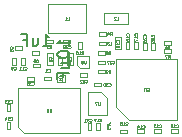
<source format=gbr>
%TF.GenerationSoftware,KiCad,Pcbnew,7.0.6*%
%TF.CreationDate,2023-09-10T10:28:08-04:00*%
%TF.ProjectId,headstage-neuropix1e,68656164-7374-4616-9765-2d6e6575726f,B*%
%TF.SameCoordinates,Original*%
%TF.FileFunction,AssemblyDrawing,Bot*%
%FSLAX46Y46*%
G04 Gerber Fmt 4.6, Leading zero omitted, Abs format (unit mm)*
G04 Created by KiCad (PCBNEW 7.0.6) date 2023-09-10 10:28:08*
%MOMM*%
%LPD*%
G01*
G04 APERTURE LIST*
%ADD10C,0.040000*%
%ADD11C,0.150000*%
%ADD12C,0.100000*%
G04 APERTURE END LIST*
D10*
X144791666Y-88613574D02*
X144910714Y-88613574D01*
X144910714Y-88613574D02*
X144910714Y-88363574D01*
X144720237Y-88387384D02*
X144708333Y-88375479D01*
X144708333Y-88375479D02*
X144684523Y-88363574D01*
X144684523Y-88363574D02*
X144624999Y-88363574D01*
X144624999Y-88363574D02*
X144601190Y-88375479D01*
X144601190Y-88375479D02*
X144589285Y-88387384D01*
X144589285Y-88387384D02*
X144577380Y-88411193D01*
X144577380Y-88411193D02*
X144577380Y-88435003D01*
X144577380Y-88435003D02*
X144589285Y-88470717D01*
X144589285Y-88470717D02*
X144732142Y-88613574D01*
X144732142Y-88613574D02*
X144577380Y-88613574D01*
X145580714Y-97459765D02*
X145592618Y-97471670D01*
X145592618Y-97471670D02*
X145628333Y-97483574D01*
X145628333Y-97483574D02*
X145652142Y-97483574D01*
X145652142Y-97483574D02*
X145687856Y-97471670D01*
X145687856Y-97471670D02*
X145711666Y-97447860D01*
X145711666Y-97447860D02*
X145723571Y-97424050D01*
X145723571Y-97424050D02*
X145735475Y-97376431D01*
X145735475Y-97376431D02*
X145735475Y-97340717D01*
X145735475Y-97340717D02*
X145723571Y-97293098D01*
X145723571Y-97293098D02*
X145711666Y-97269289D01*
X145711666Y-97269289D02*
X145687856Y-97245479D01*
X145687856Y-97245479D02*
X145652142Y-97233574D01*
X145652142Y-97233574D02*
X145628333Y-97233574D01*
X145628333Y-97233574D02*
X145592618Y-97245479D01*
X145592618Y-97245479D02*
X145580714Y-97257384D01*
X145342618Y-97483574D02*
X145485475Y-97483574D01*
X145414047Y-97483574D02*
X145414047Y-97233574D01*
X145414047Y-97233574D02*
X145437856Y-97269289D01*
X145437856Y-97269289D02*
X145461666Y-97293098D01*
X145461666Y-97293098D02*
X145485475Y-97305003D01*
X145116428Y-97233574D02*
X145235476Y-97233574D01*
X145235476Y-97233574D02*
X145247380Y-97352622D01*
X145247380Y-97352622D02*
X145235476Y-97340717D01*
X145235476Y-97340717D02*
X145211666Y-97328812D01*
X145211666Y-97328812D02*
X145152142Y-97328812D01*
X145152142Y-97328812D02*
X145128333Y-97340717D01*
X145128333Y-97340717D02*
X145116428Y-97352622D01*
X145116428Y-97352622D02*
X145104523Y-97376431D01*
X145104523Y-97376431D02*
X145104523Y-97435955D01*
X145104523Y-97435955D02*
X145116428Y-97459765D01*
X145116428Y-97459765D02*
X145128333Y-97471670D01*
X145128333Y-97471670D02*
X145152142Y-97483574D01*
X145152142Y-97483574D02*
X145211666Y-97483574D01*
X145211666Y-97483574D02*
X145235476Y-97471670D01*
X145235476Y-97471670D02*
X145247380Y-97459765D01*
X144141666Y-93113574D02*
X144224999Y-92994527D01*
X144284523Y-93113574D02*
X144284523Y-92863574D01*
X144284523Y-92863574D02*
X144189285Y-92863574D01*
X144189285Y-92863574D02*
X144165475Y-92875479D01*
X144165475Y-92875479D02*
X144153570Y-92887384D01*
X144153570Y-92887384D02*
X144141666Y-92911193D01*
X144141666Y-92911193D02*
X144141666Y-92946908D01*
X144141666Y-92946908D02*
X144153570Y-92970717D01*
X144153570Y-92970717D02*
X144165475Y-92982622D01*
X144165475Y-92982622D02*
X144189285Y-92994527D01*
X144189285Y-92994527D02*
X144284523Y-92994527D01*
X144022618Y-93113574D02*
X143974999Y-93113574D01*
X143974999Y-93113574D02*
X143951189Y-93101670D01*
X143951189Y-93101670D02*
X143939285Y-93089765D01*
X143939285Y-93089765D02*
X143915475Y-93054050D01*
X143915475Y-93054050D02*
X143903570Y-93006431D01*
X143903570Y-93006431D02*
X143903570Y-92911193D01*
X143903570Y-92911193D02*
X143915475Y-92887384D01*
X143915475Y-92887384D02*
X143927380Y-92875479D01*
X143927380Y-92875479D02*
X143951189Y-92863574D01*
X143951189Y-92863574D02*
X143998808Y-92863574D01*
X143998808Y-92863574D02*
X144022618Y-92875479D01*
X144022618Y-92875479D02*
X144034523Y-92887384D01*
X144034523Y-92887384D02*
X144046427Y-92911193D01*
X144046427Y-92911193D02*
X144046427Y-92970717D01*
X144046427Y-92970717D02*
X144034523Y-92994527D01*
X144034523Y-92994527D02*
X144022618Y-93006431D01*
X144022618Y-93006431D02*
X143998808Y-93018336D01*
X143998808Y-93018336D02*
X143951189Y-93018336D01*
X143951189Y-93018336D02*
X143927380Y-93006431D01*
X143927380Y-93006431D02*
X143915475Y-92994527D01*
X143915475Y-92994527D02*
X143903570Y-92970717D01*
X139973574Y-93399523D02*
X140175955Y-93399523D01*
X140175955Y-93399523D02*
X140199765Y-93411428D01*
X140199765Y-93411428D02*
X140211670Y-93423333D01*
X140211670Y-93423333D02*
X140223574Y-93447142D01*
X140223574Y-93447142D02*
X140223574Y-93494761D01*
X140223574Y-93494761D02*
X140211670Y-93518571D01*
X140211670Y-93518571D02*
X140199765Y-93530476D01*
X140199765Y-93530476D02*
X140175955Y-93542380D01*
X140175955Y-93542380D02*
X139973574Y-93542380D01*
X140223574Y-93792381D02*
X140223574Y-93649524D01*
X140223574Y-93720952D02*
X139973574Y-93720952D01*
X139973574Y-93720952D02*
X140009289Y-93697143D01*
X140009289Y-93697143D02*
X140033098Y-93673333D01*
X140033098Y-93673333D02*
X140045003Y-93649524D01*
X149141666Y-91013574D02*
X149224999Y-90894527D01*
X149284523Y-91013574D02*
X149284523Y-90763574D01*
X149284523Y-90763574D02*
X149189285Y-90763574D01*
X149189285Y-90763574D02*
X149165475Y-90775479D01*
X149165475Y-90775479D02*
X149153570Y-90787384D01*
X149153570Y-90787384D02*
X149141666Y-90811193D01*
X149141666Y-90811193D02*
X149141666Y-90846908D01*
X149141666Y-90846908D02*
X149153570Y-90870717D01*
X149153570Y-90870717D02*
X149165475Y-90882622D01*
X149165475Y-90882622D02*
X149189285Y-90894527D01*
X149189285Y-90894527D02*
X149284523Y-90894527D01*
X148927380Y-90763574D02*
X148974999Y-90763574D01*
X148974999Y-90763574D02*
X148998808Y-90775479D01*
X148998808Y-90775479D02*
X149010713Y-90787384D01*
X149010713Y-90787384D02*
X149034523Y-90823098D01*
X149034523Y-90823098D02*
X149046427Y-90870717D01*
X149046427Y-90870717D02*
X149046427Y-90965955D01*
X149046427Y-90965955D02*
X149034523Y-90989765D01*
X149034523Y-90989765D02*
X149022618Y-91001670D01*
X149022618Y-91001670D02*
X148998808Y-91013574D01*
X148998808Y-91013574D02*
X148951189Y-91013574D01*
X148951189Y-91013574D02*
X148927380Y-91001670D01*
X148927380Y-91001670D02*
X148915475Y-90989765D01*
X148915475Y-90989765D02*
X148903570Y-90965955D01*
X148903570Y-90965955D02*
X148903570Y-90906431D01*
X148903570Y-90906431D02*
X148915475Y-90882622D01*
X148915475Y-90882622D02*
X148927380Y-90870717D01*
X148927380Y-90870717D02*
X148951189Y-90858812D01*
X148951189Y-90858812D02*
X148998808Y-90858812D01*
X148998808Y-90858812D02*
X149022618Y-90870717D01*
X149022618Y-90870717D02*
X149034523Y-90882622D01*
X149034523Y-90882622D02*
X149046427Y-90906431D01*
X142190476Y-92063574D02*
X142190476Y-92265955D01*
X142190476Y-92265955D02*
X142178571Y-92289765D01*
X142178571Y-92289765D02*
X142166666Y-92301670D01*
X142166666Y-92301670D02*
X142142857Y-92313574D01*
X142142857Y-92313574D02*
X142095238Y-92313574D01*
X142095238Y-92313574D02*
X142071428Y-92301670D01*
X142071428Y-92301670D02*
X142059523Y-92289765D01*
X142059523Y-92289765D02*
X142047619Y-92265955D01*
X142047619Y-92265955D02*
X142047619Y-92063574D01*
X141892856Y-92170717D02*
X141916666Y-92158812D01*
X141916666Y-92158812D02*
X141928571Y-92146908D01*
X141928571Y-92146908D02*
X141940475Y-92123098D01*
X141940475Y-92123098D02*
X141940475Y-92111193D01*
X141940475Y-92111193D02*
X141928571Y-92087384D01*
X141928571Y-92087384D02*
X141916666Y-92075479D01*
X141916666Y-92075479D02*
X141892856Y-92063574D01*
X141892856Y-92063574D02*
X141845237Y-92063574D01*
X141845237Y-92063574D02*
X141821428Y-92075479D01*
X141821428Y-92075479D02*
X141809523Y-92087384D01*
X141809523Y-92087384D02*
X141797618Y-92111193D01*
X141797618Y-92111193D02*
X141797618Y-92123098D01*
X141797618Y-92123098D02*
X141809523Y-92146908D01*
X141809523Y-92146908D02*
X141821428Y-92158812D01*
X141821428Y-92158812D02*
X141845237Y-92170717D01*
X141845237Y-92170717D02*
X141892856Y-92170717D01*
X141892856Y-92170717D02*
X141916666Y-92182622D01*
X141916666Y-92182622D02*
X141928571Y-92194527D01*
X141928571Y-92194527D02*
X141940475Y-92218336D01*
X141940475Y-92218336D02*
X141940475Y-92265955D01*
X141940475Y-92265955D02*
X141928571Y-92289765D01*
X141928571Y-92289765D02*
X141916666Y-92301670D01*
X141916666Y-92301670D02*
X141892856Y-92313574D01*
X141892856Y-92313574D02*
X141845237Y-92313574D01*
X141845237Y-92313574D02*
X141821428Y-92301670D01*
X141821428Y-92301670D02*
X141809523Y-92289765D01*
X141809523Y-92289765D02*
X141797618Y-92265955D01*
X141797618Y-92265955D02*
X141797618Y-92218336D01*
X141797618Y-92218336D02*
X141809523Y-92194527D01*
X141809523Y-92194527D02*
X141821428Y-92182622D01*
X141821428Y-92182622D02*
X141845237Y-92170717D01*
D11*
X138555238Y-90814819D02*
X139126666Y-90814819D01*
X138840952Y-90814819D02*
X138840952Y-89814819D01*
X138840952Y-89814819D02*
X138936190Y-89957676D01*
X138936190Y-89957676D02*
X139031428Y-90052914D01*
X139031428Y-90052914D02*
X139126666Y-90100533D01*
X137698095Y-90148152D02*
X137698095Y-90814819D01*
X138126666Y-90148152D02*
X138126666Y-90671961D01*
X138126666Y-90671961D02*
X138079047Y-90767200D01*
X138079047Y-90767200D02*
X137983809Y-90814819D01*
X137983809Y-90814819D02*
X137840952Y-90814819D01*
X137840952Y-90814819D02*
X137745714Y-90767200D01*
X137745714Y-90767200D02*
X137698095Y-90719580D01*
X136888571Y-90291009D02*
X137221904Y-90291009D01*
X137221904Y-90814819D02*
X137221904Y-89814819D01*
X137221904Y-89814819D02*
X136745714Y-89814819D01*
D10*
X138001666Y-92179765D02*
X138013570Y-92191670D01*
X138013570Y-92191670D02*
X138049285Y-92203574D01*
X138049285Y-92203574D02*
X138073094Y-92203574D01*
X138073094Y-92203574D02*
X138108808Y-92191670D01*
X138108808Y-92191670D02*
X138132618Y-92167860D01*
X138132618Y-92167860D02*
X138144523Y-92144050D01*
X138144523Y-92144050D02*
X138156427Y-92096431D01*
X138156427Y-92096431D02*
X138156427Y-92060717D01*
X138156427Y-92060717D02*
X138144523Y-92013098D01*
X138144523Y-92013098D02*
X138132618Y-91989289D01*
X138132618Y-91989289D02*
X138108808Y-91965479D01*
X138108808Y-91965479D02*
X138073094Y-91953574D01*
X138073094Y-91953574D02*
X138049285Y-91953574D01*
X138049285Y-91953574D02*
X138013570Y-91965479D01*
X138013570Y-91965479D02*
X138001666Y-91977384D01*
X137787380Y-92036908D02*
X137787380Y-92203574D01*
X137846904Y-91941670D02*
X137906427Y-92120241D01*
X137906427Y-92120241D02*
X137751666Y-92120241D01*
X142175714Y-93889765D02*
X142187618Y-93901670D01*
X142187618Y-93901670D02*
X142223333Y-93913574D01*
X142223333Y-93913574D02*
X142247142Y-93913574D01*
X142247142Y-93913574D02*
X142282856Y-93901670D01*
X142282856Y-93901670D02*
X142306666Y-93877860D01*
X142306666Y-93877860D02*
X142318571Y-93854050D01*
X142318571Y-93854050D02*
X142330475Y-93806431D01*
X142330475Y-93806431D02*
X142330475Y-93770717D01*
X142330475Y-93770717D02*
X142318571Y-93723098D01*
X142318571Y-93723098D02*
X142306666Y-93699289D01*
X142306666Y-93699289D02*
X142282856Y-93675479D01*
X142282856Y-93675479D02*
X142247142Y-93663574D01*
X142247142Y-93663574D02*
X142223333Y-93663574D01*
X142223333Y-93663574D02*
X142187618Y-93675479D01*
X142187618Y-93675479D02*
X142175714Y-93687384D01*
X142092380Y-93663574D02*
X141937618Y-93663574D01*
X141937618Y-93663574D02*
X142020952Y-93758812D01*
X142020952Y-93758812D02*
X141985237Y-93758812D01*
X141985237Y-93758812D02*
X141961428Y-93770717D01*
X141961428Y-93770717D02*
X141949523Y-93782622D01*
X141949523Y-93782622D02*
X141937618Y-93806431D01*
X141937618Y-93806431D02*
X141937618Y-93865955D01*
X141937618Y-93865955D02*
X141949523Y-93889765D01*
X141949523Y-93889765D02*
X141961428Y-93901670D01*
X141961428Y-93901670D02*
X141985237Y-93913574D01*
X141985237Y-93913574D02*
X142056666Y-93913574D01*
X142056666Y-93913574D02*
X142080475Y-93901670D01*
X142080475Y-93901670D02*
X142092380Y-93889765D01*
X141842380Y-93687384D02*
X141830476Y-93675479D01*
X141830476Y-93675479D02*
X141806666Y-93663574D01*
X141806666Y-93663574D02*
X141747142Y-93663574D01*
X141747142Y-93663574D02*
X141723333Y-93675479D01*
X141723333Y-93675479D02*
X141711428Y-93687384D01*
X141711428Y-93687384D02*
X141699523Y-93711193D01*
X141699523Y-93711193D02*
X141699523Y-93735003D01*
X141699523Y-93735003D02*
X141711428Y-93770717D01*
X141711428Y-93770717D02*
X141854285Y-93913574D01*
X141854285Y-93913574D02*
X141699523Y-93913574D01*
X139290476Y-96163574D02*
X139290476Y-96365955D01*
X139290476Y-96365955D02*
X139278571Y-96389765D01*
X139278571Y-96389765D02*
X139266666Y-96401670D01*
X139266666Y-96401670D02*
X139242857Y-96413574D01*
X139242857Y-96413574D02*
X139195238Y-96413574D01*
X139195238Y-96413574D02*
X139171428Y-96401670D01*
X139171428Y-96401670D02*
X139159523Y-96389765D01*
X139159523Y-96389765D02*
X139147619Y-96365955D01*
X139147619Y-96365955D02*
X139147619Y-96163574D01*
X139016666Y-96413574D02*
X138969047Y-96413574D01*
X138969047Y-96413574D02*
X138945237Y-96401670D01*
X138945237Y-96401670D02*
X138933333Y-96389765D01*
X138933333Y-96389765D02*
X138909523Y-96354050D01*
X138909523Y-96354050D02*
X138897618Y-96306431D01*
X138897618Y-96306431D02*
X138897618Y-96211193D01*
X138897618Y-96211193D02*
X138909523Y-96187384D01*
X138909523Y-96187384D02*
X138921428Y-96175479D01*
X138921428Y-96175479D02*
X138945237Y-96163574D01*
X138945237Y-96163574D02*
X138992856Y-96163574D01*
X138992856Y-96163574D02*
X139016666Y-96175479D01*
X139016666Y-96175479D02*
X139028571Y-96187384D01*
X139028571Y-96187384D02*
X139040475Y-96211193D01*
X139040475Y-96211193D02*
X139040475Y-96270717D01*
X139040475Y-96270717D02*
X139028571Y-96294527D01*
X139028571Y-96294527D02*
X139016666Y-96306431D01*
X139016666Y-96306431D02*
X138992856Y-96318336D01*
X138992856Y-96318336D02*
X138945237Y-96318336D01*
X138945237Y-96318336D02*
X138921428Y-96306431D01*
X138921428Y-96306431D02*
X138909523Y-96294527D01*
X138909523Y-96294527D02*
X138897618Y-96270717D01*
X141860714Y-91513574D02*
X141944047Y-91394527D01*
X142003571Y-91513574D02*
X142003571Y-91263574D01*
X142003571Y-91263574D02*
X141908333Y-91263574D01*
X141908333Y-91263574D02*
X141884523Y-91275479D01*
X141884523Y-91275479D02*
X141872618Y-91287384D01*
X141872618Y-91287384D02*
X141860714Y-91311193D01*
X141860714Y-91311193D02*
X141860714Y-91346908D01*
X141860714Y-91346908D02*
X141872618Y-91370717D01*
X141872618Y-91370717D02*
X141884523Y-91382622D01*
X141884523Y-91382622D02*
X141908333Y-91394527D01*
X141908333Y-91394527D02*
X142003571Y-91394527D01*
X141622618Y-91513574D02*
X141765475Y-91513574D01*
X141694047Y-91513574D02*
X141694047Y-91263574D01*
X141694047Y-91263574D02*
X141717856Y-91299289D01*
X141717856Y-91299289D02*
X141741666Y-91323098D01*
X141741666Y-91323098D02*
X141765475Y-91335003D01*
X141408333Y-91263574D02*
X141455952Y-91263574D01*
X141455952Y-91263574D02*
X141479761Y-91275479D01*
X141479761Y-91275479D02*
X141491666Y-91287384D01*
X141491666Y-91287384D02*
X141515476Y-91323098D01*
X141515476Y-91323098D02*
X141527380Y-91370717D01*
X141527380Y-91370717D02*
X141527380Y-91465955D01*
X141527380Y-91465955D02*
X141515476Y-91489765D01*
X141515476Y-91489765D02*
X141503571Y-91501670D01*
X141503571Y-91501670D02*
X141479761Y-91513574D01*
X141479761Y-91513574D02*
X141432142Y-91513574D01*
X141432142Y-91513574D02*
X141408333Y-91501670D01*
X141408333Y-91501670D02*
X141396428Y-91489765D01*
X141396428Y-91489765D02*
X141384523Y-91465955D01*
X141384523Y-91465955D02*
X141384523Y-91406431D01*
X141384523Y-91406431D02*
X141396428Y-91382622D01*
X141396428Y-91382622D02*
X141408333Y-91370717D01*
X141408333Y-91370717D02*
X141432142Y-91358812D01*
X141432142Y-91358812D02*
X141479761Y-91358812D01*
X141479761Y-91358812D02*
X141503571Y-91370717D01*
X141503571Y-91370717D02*
X141515476Y-91382622D01*
X141515476Y-91382622D02*
X141527380Y-91406431D01*
X144141666Y-91513574D02*
X144224999Y-91394527D01*
X144284523Y-91513574D02*
X144284523Y-91263574D01*
X144284523Y-91263574D02*
X144189285Y-91263574D01*
X144189285Y-91263574D02*
X144165475Y-91275479D01*
X144165475Y-91275479D02*
X144153570Y-91287384D01*
X144153570Y-91287384D02*
X144141666Y-91311193D01*
X144141666Y-91311193D02*
X144141666Y-91346908D01*
X144141666Y-91346908D02*
X144153570Y-91370717D01*
X144153570Y-91370717D02*
X144165475Y-91382622D01*
X144165475Y-91382622D02*
X144189285Y-91394527D01*
X144189285Y-91394527D02*
X144284523Y-91394527D01*
X143998808Y-91370717D02*
X144022618Y-91358812D01*
X144022618Y-91358812D02*
X144034523Y-91346908D01*
X144034523Y-91346908D02*
X144046427Y-91323098D01*
X144046427Y-91323098D02*
X144046427Y-91311193D01*
X144046427Y-91311193D02*
X144034523Y-91287384D01*
X144034523Y-91287384D02*
X144022618Y-91275479D01*
X144022618Y-91275479D02*
X143998808Y-91263574D01*
X143998808Y-91263574D02*
X143951189Y-91263574D01*
X143951189Y-91263574D02*
X143927380Y-91275479D01*
X143927380Y-91275479D02*
X143915475Y-91287384D01*
X143915475Y-91287384D02*
X143903570Y-91311193D01*
X143903570Y-91311193D02*
X143903570Y-91323098D01*
X143903570Y-91323098D02*
X143915475Y-91346908D01*
X143915475Y-91346908D02*
X143927380Y-91358812D01*
X143927380Y-91358812D02*
X143951189Y-91370717D01*
X143951189Y-91370717D02*
X143998808Y-91370717D01*
X143998808Y-91370717D02*
X144022618Y-91382622D01*
X144022618Y-91382622D02*
X144034523Y-91394527D01*
X144034523Y-91394527D02*
X144046427Y-91418336D01*
X144046427Y-91418336D02*
X144046427Y-91465955D01*
X144046427Y-91465955D02*
X144034523Y-91489765D01*
X144034523Y-91489765D02*
X144022618Y-91501670D01*
X144022618Y-91501670D02*
X143998808Y-91513574D01*
X143998808Y-91513574D02*
X143951189Y-91513574D01*
X143951189Y-91513574D02*
X143927380Y-91501670D01*
X143927380Y-91501670D02*
X143915475Y-91489765D01*
X143915475Y-91489765D02*
X143903570Y-91465955D01*
X143903570Y-91465955D02*
X143903570Y-91418336D01*
X143903570Y-91418336D02*
X143915475Y-91394527D01*
X143915475Y-91394527D02*
X143927380Y-91382622D01*
X143927380Y-91382622D02*
X143951189Y-91370717D01*
D11*
X140804819Y-90858571D02*
X140804819Y-90287143D01*
X140804819Y-90572857D02*
X139804819Y-90572857D01*
X139804819Y-90572857D02*
X139947676Y-90477619D01*
X139947676Y-90477619D02*
X140042914Y-90382381D01*
X140042914Y-90382381D02*
X140090533Y-90287143D01*
X139804819Y-91477619D02*
X139804819Y-91572857D01*
X139804819Y-91572857D02*
X139852438Y-91668095D01*
X139852438Y-91668095D02*
X139900057Y-91715714D01*
X139900057Y-91715714D02*
X139995295Y-91763333D01*
X139995295Y-91763333D02*
X140185771Y-91810952D01*
X140185771Y-91810952D02*
X140423866Y-91810952D01*
X140423866Y-91810952D02*
X140614342Y-91763333D01*
X140614342Y-91763333D02*
X140709580Y-91715714D01*
X140709580Y-91715714D02*
X140757200Y-91668095D01*
X140757200Y-91668095D02*
X140804819Y-91572857D01*
X140804819Y-91572857D02*
X140804819Y-91477619D01*
X140804819Y-91477619D02*
X140757200Y-91382381D01*
X140757200Y-91382381D02*
X140709580Y-91334762D01*
X140709580Y-91334762D02*
X140614342Y-91287143D01*
X140614342Y-91287143D02*
X140423866Y-91239524D01*
X140423866Y-91239524D02*
X140185771Y-91239524D01*
X140185771Y-91239524D02*
X139995295Y-91287143D01*
X139995295Y-91287143D02*
X139900057Y-91334762D01*
X139900057Y-91334762D02*
X139852438Y-91382381D01*
X139852438Y-91382381D02*
X139804819Y-91477619D01*
X140138152Y-92668095D02*
X140804819Y-92668095D01*
X140138152Y-92239524D02*
X140661961Y-92239524D01*
X140661961Y-92239524D02*
X140757200Y-92287143D01*
X140757200Y-92287143D02*
X140804819Y-92382381D01*
X140804819Y-92382381D02*
X140804819Y-92525238D01*
X140804819Y-92525238D02*
X140757200Y-92620476D01*
X140757200Y-92620476D02*
X140709580Y-92668095D01*
X140281009Y-93477619D02*
X140281009Y-93144286D01*
X140804819Y-93144286D02*
X139804819Y-93144286D01*
X139804819Y-93144286D02*
X139804819Y-93620476D01*
D10*
X139279765Y-91888333D02*
X139291670Y-91876429D01*
X139291670Y-91876429D02*
X139303574Y-91840714D01*
X139303574Y-91840714D02*
X139303574Y-91816905D01*
X139303574Y-91816905D02*
X139291670Y-91781191D01*
X139291670Y-91781191D02*
X139267860Y-91757381D01*
X139267860Y-91757381D02*
X139244050Y-91745476D01*
X139244050Y-91745476D02*
X139196431Y-91733572D01*
X139196431Y-91733572D02*
X139160717Y-91733572D01*
X139160717Y-91733572D02*
X139113098Y-91745476D01*
X139113098Y-91745476D02*
X139089289Y-91757381D01*
X139089289Y-91757381D02*
X139065479Y-91781191D01*
X139065479Y-91781191D02*
X139053574Y-91816905D01*
X139053574Y-91816905D02*
X139053574Y-91840714D01*
X139053574Y-91840714D02*
X139065479Y-91876429D01*
X139065479Y-91876429D02*
X139077384Y-91888333D01*
X139053574Y-92102619D02*
X139053574Y-92055000D01*
X139053574Y-92055000D02*
X139065479Y-92031191D01*
X139065479Y-92031191D02*
X139077384Y-92019286D01*
X139077384Y-92019286D02*
X139113098Y-91995476D01*
X139113098Y-91995476D02*
X139160717Y-91983572D01*
X139160717Y-91983572D02*
X139255955Y-91983572D01*
X139255955Y-91983572D02*
X139279765Y-91995476D01*
X139279765Y-91995476D02*
X139291670Y-92007381D01*
X139291670Y-92007381D02*
X139303574Y-92031191D01*
X139303574Y-92031191D02*
X139303574Y-92078810D01*
X139303574Y-92078810D02*
X139291670Y-92102619D01*
X139291670Y-92102619D02*
X139279765Y-92114524D01*
X139279765Y-92114524D02*
X139255955Y-92126429D01*
X139255955Y-92126429D02*
X139196431Y-92126429D01*
X139196431Y-92126429D02*
X139172622Y-92114524D01*
X139172622Y-92114524D02*
X139160717Y-92102619D01*
X139160717Y-92102619D02*
X139148812Y-92078810D01*
X139148812Y-92078810D02*
X139148812Y-92031191D01*
X139148812Y-92031191D02*
X139160717Y-92007381D01*
X139160717Y-92007381D02*
X139172622Y-91995476D01*
X139172622Y-91995476D02*
X139196431Y-91983572D01*
X137660714Y-94089765D02*
X137672618Y-94101670D01*
X137672618Y-94101670D02*
X137708333Y-94113574D01*
X137708333Y-94113574D02*
X137732142Y-94113574D01*
X137732142Y-94113574D02*
X137767856Y-94101670D01*
X137767856Y-94101670D02*
X137791666Y-94077860D01*
X137791666Y-94077860D02*
X137803571Y-94054050D01*
X137803571Y-94054050D02*
X137815475Y-94006431D01*
X137815475Y-94006431D02*
X137815475Y-93970717D01*
X137815475Y-93970717D02*
X137803571Y-93923098D01*
X137803571Y-93923098D02*
X137791666Y-93899289D01*
X137791666Y-93899289D02*
X137767856Y-93875479D01*
X137767856Y-93875479D02*
X137732142Y-93863574D01*
X137732142Y-93863574D02*
X137708333Y-93863574D01*
X137708333Y-93863574D02*
X137672618Y-93875479D01*
X137672618Y-93875479D02*
X137660714Y-93887384D01*
X137577380Y-93863574D02*
X137422618Y-93863574D01*
X137422618Y-93863574D02*
X137505952Y-93958812D01*
X137505952Y-93958812D02*
X137470237Y-93958812D01*
X137470237Y-93958812D02*
X137446428Y-93970717D01*
X137446428Y-93970717D02*
X137434523Y-93982622D01*
X137434523Y-93982622D02*
X137422618Y-94006431D01*
X137422618Y-94006431D02*
X137422618Y-94065955D01*
X137422618Y-94065955D02*
X137434523Y-94089765D01*
X137434523Y-94089765D02*
X137446428Y-94101670D01*
X137446428Y-94101670D02*
X137470237Y-94113574D01*
X137470237Y-94113574D02*
X137541666Y-94113574D01*
X137541666Y-94113574D02*
X137565475Y-94101670D01*
X137565475Y-94101670D02*
X137577380Y-94089765D01*
X137196428Y-93863574D02*
X137315476Y-93863574D01*
X137315476Y-93863574D02*
X137327380Y-93982622D01*
X137327380Y-93982622D02*
X137315476Y-93970717D01*
X137315476Y-93970717D02*
X137291666Y-93958812D01*
X137291666Y-93958812D02*
X137232142Y-93958812D01*
X137232142Y-93958812D02*
X137208333Y-93970717D01*
X137208333Y-93970717D02*
X137196428Y-93982622D01*
X137196428Y-93982622D02*
X137184523Y-94006431D01*
X137184523Y-94006431D02*
X137184523Y-94065955D01*
X137184523Y-94065955D02*
X137196428Y-94089765D01*
X137196428Y-94089765D02*
X137208333Y-94101670D01*
X137208333Y-94101670D02*
X137232142Y-94113574D01*
X137232142Y-94113574D02*
X137291666Y-94113574D01*
X137291666Y-94113574D02*
X137315476Y-94101670D01*
X137315476Y-94101670D02*
X137327380Y-94089765D01*
X145004765Y-90449285D02*
X145016670Y-90437381D01*
X145016670Y-90437381D02*
X145028574Y-90401666D01*
X145028574Y-90401666D02*
X145028574Y-90377857D01*
X145028574Y-90377857D02*
X145016670Y-90342143D01*
X145016670Y-90342143D02*
X144992860Y-90318333D01*
X144992860Y-90318333D02*
X144969050Y-90306428D01*
X144969050Y-90306428D02*
X144921431Y-90294524D01*
X144921431Y-90294524D02*
X144885717Y-90294524D01*
X144885717Y-90294524D02*
X144838098Y-90306428D01*
X144838098Y-90306428D02*
X144814289Y-90318333D01*
X144814289Y-90318333D02*
X144790479Y-90342143D01*
X144790479Y-90342143D02*
X144778574Y-90377857D01*
X144778574Y-90377857D02*
X144778574Y-90401666D01*
X144778574Y-90401666D02*
X144790479Y-90437381D01*
X144790479Y-90437381D02*
X144802384Y-90449285D01*
X145028574Y-90687381D02*
X145028574Y-90544524D01*
X145028574Y-90615952D02*
X144778574Y-90615952D01*
X144778574Y-90615952D02*
X144814289Y-90592143D01*
X144814289Y-90592143D02*
X144838098Y-90568333D01*
X144838098Y-90568333D02*
X144850003Y-90544524D01*
X144885717Y-90830238D02*
X144873812Y-90806428D01*
X144873812Y-90806428D02*
X144861908Y-90794523D01*
X144861908Y-90794523D02*
X144838098Y-90782619D01*
X144838098Y-90782619D02*
X144826193Y-90782619D01*
X144826193Y-90782619D02*
X144802384Y-90794523D01*
X144802384Y-90794523D02*
X144790479Y-90806428D01*
X144790479Y-90806428D02*
X144778574Y-90830238D01*
X144778574Y-90830238D02*
X144778574Y-90877857D01*
X144778574Y-90877857D02*
X144790479Y-90901666D01*
X144790479Y-90901666D02*
X144802384Y-90913571D01*
X144802384Y-90913571D02*
X144826193Y-90925476D01*
X144826193Y-90925476D02*
X144838098Y-90925476D01*
X144838098Y-90925476D02*
X144861908Y-90913571D01*
X144861908Y-90913571D02*
X144873812Y-90901666D01*
X144873812Y-90901666D02*
X144885717Y-90877857D01*
X144885717Y-90877857D02*
X144885717Y-90830238D01*
X144885717Y-90830238D02*
X144897622Y-90806428D01*
X144897622Y-90806428D02*
X144909527Y-90794523D01*
X144909527Y-90794523D02*
X144933336Y-90782619D01*
X144933336Y-90782619D02*
X144980955Y-90782619D01*
X144980955Y-90782619D02*
X145004765Y-90794523D01*
X145004765Y-90794523D02*
X145016670Y-90806428D01*
X145016670Y-90806428D02*
X145028574Y-90830238D01*
X145028574Y-90830238D02*
X145028574Y-90877857D01*
X145028574Y-90877857D02*
X145016670Y-90901666D01*
X145016670Y-90901666D02*
X145004765Y-90913571D01*
X145004765Y-90913571D02*
X144980955Y-90925476D01*
X144980955Y-90925476D02*
X144933336Y-90925476D01*
X144933336Y-90925476D02*
X144909527Y-90913571D01*
X144909527Y-90913571D02*
X144897622Y-90901666D01*
X144897622Y-90901666D02*
X144885717Y-90877857D01*
X139146666Y-91013574D02*
X139229999Y-90894527D01*
X139289523Y-91013574D02*
X139289523Y-90763574D01*
X139289523Y-90763574D02*
X139194285Y-90763574D01*
X139194285Y-90763574D02*
X139170475Y-90775479D01*
X139170475Y-90775479D02*
X139158570Y-90787384D01*
X139158570Y-90787384D02*
X139146666Y-90811193D01*
X139146666Y-90811193D02*
X139146666Y-90846908D01*
X139146666Y-90846908D02*
X139158570Y-90870717D01*
X139158570Y-90870717D02*
X139170475Y-90882622D01*
X139170475Y-90882622D02*
X139194285Y-90894527D01*
X139194285Y-90894527D02*
X139289523Y-90894527D01*
X139063332Y-90763574D02*
X138908570Y-90763574D01*
X138908570Y-90763574D02*
X138991904Y-90858812D01*
X138991904Y-90858812D02*
X138956189Y-90858812D01*
X138956189Y-90858812D02*
X138932380Y-90870717D01*
X138932380Y-90870717D02*
X138920475Y-90882622D01*
X138920475Y-90882622D02*
X138908570Y-90906431D01*
X138908570Y-90906431D02*
X138908570Y-90965955D01*
X138908570Y-90965955D02*
X138920475Y-90989765D01*
X138920475Y-90989765D02*
X138932380Y-91001670D01*
X138932380Y-91001670D02*
X138956189Y-91013574D01*
X138956189Y-91013574D02*
X139027618Y-91013574D01*
X139027618Y-91013574D02*
X139051427Y-91001670D01*
X139051427Y-91001670D02*
X139063332Y-90989765D01*
X146534765Y-89899285D02*
X146546670Y-89887381D01*
X146546670Y-89887381D02*
X146558574Y-89851666D01*
X146558574Y-89851666D02*
X146558574Y-89827857D01*
X146558574Y-89827857D02*
X146546670Y-89792143D01*
X146546670Y-89792143D02*
X146522860Y-89768333D01*
X146522860Y-89768333D02*
X146499050Y-89756428D01*
X146499050Y-89756428D02*
X146451431Y-89744524D01*
X146451431Y-89744524D02*
X146415717Y-89744524D01*
X146415717Y-89744524D02*
X146368098Y-89756428D01*
X146368098Y-89756428D02*
X146344289Y-89768333D01*
X146344289Y-89768333D02*
X146320479Y-89792143D01*
X146320479Y-89792143D02*
X146308574Y-89827857D01*
X146308574Y-89827857D02*
X146308574Y-89851666D01*
X146308574Y-89851666D02*
X146320479Y-89887381D01*
X146320479Y-89887381D02*
X146332384Y-89899285D01*
X146558574Y-90137381D02*
X146558574Y-89994524D01*
X146558574Y-90065952D02*
X146308574Y-90065952D01*
X146308574Y-90065952D02*
X146344289Y-90042143D01*
X146344289Y-90042143D02*
X146368098Y-90018333D01*
X146368098Y-90018333D02*
X146380003Y-89994524D01*
X146308574Y-90220714D02*
X146308574Y-90387380D01*
X146308574Y-90387380D02*
X146558574Y-90280238D01*
X143390476Y-95563574D02*
X143390476Y-95765955D01*
X143390476Y-95765955D02*
X143378571Y-95789765D01*
X143378571Y-95789765D02*
X143366666Y-95801670D01*
X143366666Y-95801670D02*
X143342857Y-95813574D01*
X143342857Y-95813574D02*
X143295238Y-95813574D01*
X143295238Y-95813574D02*
X143271428Y-95801670D01*
X143271428Y-95801670D02*
X143259523Y-95789765D01*
X143259523Y-95789765D02*
X143247619Y-95765955D01*
X143247619Y-95765955D02*
X143247619Y-95563574D01*
X143152380Y-95563574D02*
X142985714Y-95563574D01*
X142985714Y-95563574D02*
X143092856Y-95813574D01*
X143988574Y-97386667D02*
X144167146Y-97386667D01*
X144167146Y-97386667D02*
X144202860Y-97374762D01*
X144202860Y-97374762D02*
X144226670Y-97350953D01*
X144226670Y-97350953D02*
X144238574Y-97315238D01*
X144238574Y-97315238D02*
X144238574Y-97291429D01*
X144238574Y-97505714D02*
X143988574Y-97505714D01*
X143988574Y-97505714D02*
X143988574Y-97600952D01*
X143988574Y-97600952D02*
X144000479Y-97624762D01*
X144000479Y-97624762D02*
X144012384Y-97636667D01*
X144012384Y-97636667D02*
X144036193Y-97648571D01*
X144036193Y-97648571D02*
X144071908Y-97648571D01*
X144071908Y-97648571D02*
X144095717Y-97636667D01*
X144095717Y-97636667D02*
X144107622Y-97624762D01*
X144107622Y-97624762D02*
X144119527Y-97600952D01*
X144119527Y-97600952D02*
X144119527Y-97505714D01*
X144238574Y-97886667D02*
X144238574Y-97743810D01*
X144238574Y-97815238D02*
X143988574Y-97815238D01*
X143988574Y-97815238D02*
X144024289Y-97791429D01*
X144024289Y-97791429D02*
X144048098Y-97767619D01*
X144048098Y-97767619D02*
X144060003Y-97743810D01*
X144241666Y-90713574D02*
X144360714Y-90713574D01*
X144360714Y-90713574D02*
X144360714Y-90463574D01*
X144182142Y-90463574D02*
X144027380Y-90463574D01*
X144027380Y-90463574D02*
X144110714Y-90558812D01*
X144110714Y-90558812D02*
X144074999Y-90558812D01*
X144074999Y-90558812D02*
X144051190Y-90570717D01*
X144051190Y-90570717D02*
X144039285Y-90582622D01*
X144039285Y-90582622D02*
X144027380Y-90606431D01*
X144027380Y-90606431D02*
X144027380Y-90665955D01*
X144027380Y-90665955D02*
X144039285Y-90689765D01*
X144039285Y-90689765D02*
X144051190Y-90701670D01*
X144051190Y-90701670D02*
X144074999Y-90713574D01*
X144074999Y-90713574D02*
X144146428Y-90713574D01*
X144146428Y-90713574D02*
X144170237Y-90701670D01*
X144170237Y-90701670D02*
X144182142Y-90689765D01*
X136111666Y-92789765D02*
X136123570Y-92801670D01*
X136123570Y-92801670D02*
X136159285Y-92813574D01*
X136159285Y-92813574D02*
X136183094Y-92813574D01*
X136183094Y-92813574D02*
X136218808Y-92801670D01*
X136218808Y-92801670D02*
X136242618Y-92777860D01*
X136242618Y-92777860D02*
X136254523Y-92754050D01*
X136254523Y-92754050D02*
X136266427Y-92706431D01*
X136266427Y-92706431D02*
X136266427Y-92670717D01*
X136266427Y-92670717D02*
X136254523Y-92623098D01*
X136254523Y-92623098D02*
X136242618Y-92599289D01*
X136242618Y-92599289D02*
X136218808Y-92575479D01*
X136218808Y-92575479D02*
X136183094Y-92563574D01*
X136183094Y-92563574D02*
X136159285Y-92563574D01*
X136159285Y-92563574D02*
X136123570Y-92575479D01*
X136123570Y-92575479D02*
X136111666Y-92587384D01*
X135992618Y-92813574D02*
X135944999Y-92813574D01*
X135944999Y-92813574D02*
X135921189Y-92801670D01*
X135921189Y-92801670D02*
X135909285Y-92789765D01*
X135909285Y-92789765D02*
X135885475Y-92754050D01*
X135885475Y-92754050D02*
X135873570Y-92706431D01*
X135873570Y-92706431D02*
X135873570Y-92611193D01*
X135873570Y-92611193D02*
X135885475Y-92587384D01*
X135885475Y-92587384D02*
X135897380Y-92575479D01*
X135897380Y-92575479D02*
X135921189Y-92563574D01*
X135921189Y-92563574D02*
X135968808Y-92563574D01*
X135968808Y-92563574D02*
X135992618Y-92575479D01*
X135992618Y-92575479D02*
X136004523Y-92587384D01*
X136004523Y-92587384D02*
X136016427Y-92611193D01*
X136016427Y-92611193D02*
X136016427Y-92670717D01*
X136016427Y-92670717D02*
X136004523Y-92694527D01*
X136004523Y-92694527D02*
X135992618Y-92706431D01*
X135992618Y-92706431D02*
X135968808Y-92718336D01*
X135968808Y-92718336D02*
X135921189Y-92718336D01*
X135921189Y-92718336D02*
X135897380Y-92706431D01*
X135897380Y-92706431D02*
X135885475Y-92694527D01*
X135885475Y-92694527D02*
X135873570Y-92670717D01*
X149860714Y-97689765D02*
X149872618Y-97701670D01*
X149872618Y-97701670D02*
X149908333Y-97713574D01*
X149908333Y-97713574D02*
X149932142Y-97713574D01*
X149932142Y-97713574D02*
X149967856Y-97701670D01*
X149967856Y-97701670D02*
X149991666Y-97677860D01*
X149991666Y-97677860D02*
X150003571Y-97654050D01*
X150003571Y-97654050D02*
X150015475Y-97606431D01*
X150015475Y-97606431D02*
X150015475Y-97570717D01*
X150015475Y-97570717D02*
X150003571Y-97523098D01*
X150003571Y-97523098D02*
X149991666Y-97499289D01*
X149991666Y-97499289D02*
X149967856Y-97475479D01*
X149967856Y-97475479D02*
X149932142Y-97463574D01*
X149932142Y-97463574D02*
X149908333Y-97463574D01*
X149908333Y-97463574D02*
X149872618Y-97475479D01*
X149872618Y-97475479D02*
X149860714Y-97487384D01*
X149622618Y-97713574D02*
X149765475Y-97713574D01*
X149694047Y-97713574D02*
X149694047Y-97463574D01*
X149694047Y-97463574D02*
X149717856Y-97499289D01*
X149717856Y-97499289D02*
X149741666Y-97523098D01*
X149741666Y-97523098D02*
X149765475Y-97535003D01*
X149539285Y-97463574D02*
X149384523Y-97463574D01*
X149384523Y-97463574D02*
X149467857Y-97558812D01*
X149467857Y-97558812D02*
X149432142Y-97558812D01*
X149432142Y-97558812D02*
X149408333Y-97570717D01*
X149408333Y-97570717D02*
X149396428Y-97582622D01*
X149396428Y-97582622D02*
X149384523Y-97606431D01*
X149384523Y-97606431D02*
X149384523Y-97665955D01*
X149384523Y-97665955D02*
X149396428Y-97689765D01*
X149396428Y-97689765D02*
X149408333Y-97701670D01*
X149408333Y-97701670D02*
X149432142Y-97713574D01*
X149432142Y-97713574D02*
X149503571Y-97713574D01*
X149503571Y-97713574D02*
X149527380Y-97701670D01*
X149527380Y-97701670D02*
X149539285Y-97689765D01*
X138041666Y-92179765D02*
X138053570Y-92191670D01*
X138053570Y-92191670D02*
X138089285Y-92203574D01*
X138089285Y-92203574D02*
X138113094Y-92203574D01*
X138113094Y-92203574D02*
X138148808Y-92191670D01*
X138148808Y-92191670D02*
X138172618Y-92167860D01*
X138172618Y-92167860D02*
X138184523Y-92144050D01*
X138184523Y-92144050D02*
X138196427Y-92096431D01*
X138196427Y-92096431D02*
X138196427Y-92060717D01*
X138196427Y-92060717D02*
X138184523Y-92013098D01*
X138184523Y-92013098D02*
X138172618Y-91989289D01*
X138172618Y-91989289D02*
X138148808Y-91965479D01*
X138148808Y-91965479D02*
X138113094Y-91953574D01*
X138113094Y-91953574D02*
X138089285Y-91953574D01*
X138089285Y-91953574D02*
X138053570Y-91965479D01*
X138053570Y-91965479D02*
X138041666Y-91977384D01*
X137815475Y-91953574D02*
X137934523Y-91953574D01*
X137934523Y-91953574D02*
X137946427Y-92072622D01*
X137946427Y-92072622D02*
X137934523Y-92060717D01*
X137934523Y-92060717D02*
X137910713Y-92048812D01*
X137910713Y-92048812D02*
X137851189Y-92048812D01*
X137851189Y-92048812D02*
X137827380Y-92060717D01*
X137827380Y-92060717D02*
X137815475Y-92072622D01*
X137815475Y-92072622D02*
X137803570Y-92096431D01*
X137803570Y-92096431D02*
X137803570Y-92155955D01*
X137803570Y-92155955D02*
X137815475Y-92179765D01*
X137815475Y-92179765D02*
X137827380Y-92191670D01*
X137827380Y-92191670D02*
X137851189Y-92203574D01*
X137851189Y-92203574D02*
X137910713Y-92203574D01*
X137910713Y-92203574D02*
X137934523Y-92191670D01*
X137934523Y-92191670D02*
X137946427Y-92179765D01*
X143385714Y-97213574D02*
X143469047Y-97094527D01*
X143528571Y-97213574D02*
X143528571Y-96963574D01*
X143528571Y-96963574D02*
X143433333Y-96963574D01*
X143433333Y-96963574D02*
X143409523Y-96975479D01*
X143409523Y-96975479D02*
X143397618Y-96987384D01*
X143397618Y-96987384D02*
X143385714Y-97011193D01*
X143385714Y-97011193D02*
X143385714Y-97046908D01*
X143385714Y-97046908D02*
X143397618Y-97070717D01*
X143397618Y-97070717D02*
X143409523Y-97082622D01*
X143409523Y-97082622D02*
X143433333Y-97094527D01*
X143433333Y-97094527D02*
X143528571Y-97094527D01*
X143147618Y-97213574D02*
X143290475Y-97213574D01*
X143219047Y-97213574D02*
X143219047Y-96963574D01*
X143219047Y-96963574D02*
X143242856Y-96999289D01*
X143242856Y-96999289D02*
X143266666Y-97023098D01*
X143266666Y-97023098D02*
X143290475Y-97035003D01*
X143064285Y-96963574D02*
X142897619Y-96963574D01*
X142897619Y-96963574D02*
X143004761Y-97213574D01*
X144460714Y-92289765D02*
X144472618Y-92301670D01*
X144472618Y-92301670D02*
X144508333Y-92313574D01*
X144508333Y-92313574D02*
X144532142Y-92313574D01*
X144532142Y-92313574D02*
X144567856Y-92301670D01*
X144567856Y-92301670D02*
X144591666Y-92277860D01*
X144591666Y-92277860D02*
X144603571Y-92254050D01*
X144603571Y-92254050D02*
X144615475Y-92206431D01*
X144615475Y-92206431D02*
X144615475Y-92170717D01*
X144615475Y-92170717D02*
X144603571Y-92123098D01*
X144603571Y-92123098D02*
X144591666Y-92099289D01*
X144591666Y-92099289D02*
X144567856Y-92075479D01*
X144567856Y-92075479D02*
X144532142Y-92063574D01*
X144532142Y-92063574D02*
X144508333Y-92063574D01*
X144508333Y-92063574D02*
X144472618Y-92075479D01*
X144472618Y-92075479D02*
X144460714Y-92087384D01*
X144365475Y-92087384D02*
X144353571Y-92075479D01*
X144353571Y-92075479D02*
X144329761Y-92063574D01*
X144329761Y-92063574D02*
X144270237Y-92063574D01*
X144270237Y-92063574D02*
X144246428Y-92075479D01*
X144246428Y-92075479D02*
X144234523Y-92087384D01*
X144234523Y-92087384D02*
X144222618Y-92111193D01*
X144222618Y-92111193D02*
X144222618Y-92135003D01*
X144222618Y-92135003D02*
X144234523Y-92170717D01*
X144234523Y-92170717D02*
X144377380Y-92313574D01*
X144377380Y-92313574D02*
X144222618Y-92313574D01*
X144139285Y-92063574D02*
X143972619Y-92063574D01*
X143972619Y-92063574D02*
X144079761Y-92313574D01*
X140799765Y-92068333D02*
X140811670Y-92056429D01*
X140811670Y-92056429D02*
X140823574Y-92020714D01*
X140823574Y-92020714D02*
X140823574Y-91996905D01*
X140823574Y-91996905D02*
X140811670Y-91961191D01*
X140811670Y-91961191D02*
X140787860Y-91937381D01*
X140787860Y-91937381D02*
X140764050Y-91925476D01*
X140764050Y-91925476D02*
X140716431Y-91913572D01*
X140716431Y-91913572D02*
X140680717Y-91913572D01*
X140680717Y-91913572D02*
X140633098Y-91925476D01*
X140633098Y-91925476D02*
X140609289Y-91937381D01*
X140609289Y-91937381D02*
X140585479Y-91961191D01*
X140585479Y-91961191D02*
X140573574Y-91996905D01*
X140573574Y-91996905D02*
X140573574Y-92020714D01*
X140573574Y-92020714D02*
X140585479Y-92056429D01*
X140585479Y-92056429D02*
X140597384Y-92068333D01*
X140597384Y-92163572D02*
X140585479Y-92175476D01*
X140585479Y-92175476D02*
X140573574Y-92199286D01*
X140573574Y-92199286D02*
X140573574Y-92258810D01*
X140573574Y-92258810D02*
X140585479Y-92282619D01*
X140585479Y-92282619D02*
X140597384Y-92294524D01*
X140597384Y-92294524D02*
X140621193Y-92306429D01*
X140621193Y-92306429D02*
X140645003Y-92306429D01*
X140645003Y-92306429D02*
X140680717Y-92294524D01*
X140680717Y-92294524D02*
X140823574Y-92151667D01*
X140823574Y-92151667D02*
X140823574Y-92306429D01*
X135815714Y-97089765D02*
X135827618Y-97101670D01*
X135827618Y-97101670D02*
X135863333Y-97113574D01*
X135863333Y-97113574D02*
X135887142Y-97113574D01*
X135887142Y-97113574D02*
X135922856Y-97101670D01*
X135922856Y-97101670D02*
X135946666Y-97077860D01*
X135946666Y-97077860D02*
X135958571Y-97054050D01*
X135958571Y-97054050D02*
X135970475Y-97006431D01*
X135970475Y-97006431D02*
X135970475Y-96970717D01*
X135970475Y-96970717D02*
X135958571Y-96923098D01*
X135958571Y-96923098D02*
X135946666Y-96899289D01*
X135946666Y-96899289D02*
X135922856Y-96875479D01*
X135922856Y-96875479D02*
X135887142Y-96863574D01*
X135887142Y-96863574D02*
X135863333Y-96863574D01*
X135863333Y-96863574D02*
X135827618Y-96875479D01*
X135827618Y-96875479D02*
X135815714Y-96887384D01*
X135732380Y-96863574D02*
X135577618Y-96863574D01*
X135577618Y-96863574D02*
X135660952Y-96958812D01*
X135660952Y-96958812D02*
X135625237Y-96958812D01*
X135625237Y-96958812D02*
X135601428Y-96970717D01*
X135601428Y-96970717D02*
X135589523Y-96982622D01*
X135589523Y-96982622D02*
X135577618Y-97006431D01*
X135577618Y-97006431D02*
X135577618Y-97065955D01*
X135577618Y-97065955D02*
X135589523Y-97089765D01*
X135589523Y-97089765D02*
X135601428Y-97101670D01*
X135601428Y-97101670D02*
X135625237Y-97113574D01*
X135625237Y-97113574D02*
X135696666Y-97113574D01*
X135696666Y-97113574D02*
X135720475Y-97101670D01*
X135720475Y-97101670D02*
X135732380Y-97089765D01*
X135363333Y-96946908D02*
X135363333Y-97113574D01*
X135422857Y-96851670D02*
X135482380Y-97030241D01*
X135482380Y-97030241D02*
X135327619Y-97030241D01*
X142540714Y-97199765D02*
X142552618Y-97211670D01*
X142552618Y-97211670D02*
X142588333Y-97223574D01*
X142588333Y-97223574D02*
X142612142Y-97223574D01*
X142612142Y-97223574D02*
X142647856Y-97211670D01*
X142647856Y-97211670D02*
X142671666Y-97187860D01*
X142671666Y-97187860D02*
X142683571Y-97164050D01*
X142683571Y-97164050D02*
X142695475Y-97116431D01*
X142695475Y-97116431D02*
X142695475Y-97080717D01*
X142695475Y-97080717D02*
X142683571Y-97033098D01*
X142683571Y-97033098D02*
X142671666Y-97009289D01*
X142671666Y-97009289D02*
X142647856Y-96985479D01*
X142647856Y-96985479D02*
X142612142Y-96973574D01*
X142612142Y-96973574D02*
X142588333Y-96973574D01*
X142588333Y-96973574D02*
X142552618Y-96985479D01*
X142552618Y-96985479D02*
X142540714Y-96997384D01*
X142457380Y-96973574D02*
X142302618Y-96973574D01*
X142302618Y-96973574D02*
X142385952Y-97068812D01*
X142385952Y-97068812D02*
X142350237Y-97068812D01*
X142350237Y-97068812D02*
X142326428Y-97080717D01*
X142326428Y-97080717D02*
X142314523Y-97092622D01*
X142314523Y-97092622D02*
X142302618Y-97116431D01*
X142302618Y-97116431D02*
X142302618Y-97175955D01*
X142302618Y-97175955D02*
X142314523Y-97199765D01*
X142314523Y-97199765D02*
X142326428Y-97211670D01*
X142326428Y-97211670D02*
X142350237Y-97223574D01*
X142350237Y-97223574D02*
X142421666Y-97223574D01*
X142421666Y-97223574D02*
X142445475Y-97211670D01*
X142445475Y-97211670D02*
X142457380Y-97199765D01*
X142064523Y-97223574D02*
X142207380Y-97223574D01*
X142135952Y-97223574D02*
X142135952Y-96973574D01*
X142135952Y-96973574D02*
X142159761Y-97009289D01*
X142159761Y-97009289D02*
X142183571Y-97033098D01*
X142183571Y-97033098D02*
X142207380Y-97045003D01*
X147974765Y-90009285D02*
X147986670Y-89997381D01*
X147986670Y-89997381D02*
X147998574Y-89961666D01*
X147998574Y-89961666D02*
X147998574Y-89937857D01*
X147998574Y-89937857D02*
X147986670Y-89902143D01*
X147986670Y-89902143D02*
X147962860Y-89878333D01*
X147962860Y-89878333D02*
X147939050Y-89866428D01*
X147939050Y-89866428D02*
X147891431Y-89854524D01*
X147891431Y-89854524D02*
X147855717Y-89854524D01*
X147855717Y-89854524D02*
X147808098Y-89866428D01*
X147808098Y-89866428D02*
X147784289Y-89878333D01*
X147784289Y-89878333D02*
X147760479Y-89902143D01*
X147760479Y-89902143D02*
X147748574Y-89937857D01*
X147748574Y-89937857D02*
X147748574Y-89961666D01*
X147748574Y-89961666D02*
X147760479Y-89997381D01*
X147760479Y-89997381D02*
X147772384Y-90009285D01*
X147772384Y-90104524D02*
X147760479Y-90116428D01*
X147760479Y-90116428D02*
X147748574Y-90140238D01*
X147748574Y-90140238D02*
X147748574Y-90199762D01*
X147748574Y-90199762D02*
X147760479Y-90223571D01*
X147760479Y-90223571D02*
X147772384Y-90235476D01*
X147772384Y-90235476D02*
X147796193Y-90247381D01*
X147796193Y-90247381D02*
X147820003Y-90247381D01*
X147820003Y-90247381D02*
X147855717Y-90235476D01*
X147855717Y-90235476D02*
X147998574Y-90092619D01*
X147998574Y-90092619D02*
X147998574Y-90247381D01*
X147748574Y-90473571D02*
X147748574Y-90354523D01*
X147748574Y-90354523D02*
X147867622Y-90342619D01*
X147867622Y-90342619D02*
X147855717Y-90354523D01*
X147855717Y-90354523D02*
X147843812Y-90378333D01*
X147843812Y-90378333D02*
X147843812Y-90437857D01*
X147843812Y-90437857D02*
X147855717Y-90461666D01*
X147855717Y-90461666D02*
X147867622Y-90473571D01*
X147867622Y-90473571D02*
X147891431Y-90485476D01*
X147891431Y-90485476D02*
X147950955Y-90485476D01*
X147950955Y-90485476D02*
X147974765Y-90473571D01*
X147974765Y-90473571D02*
X147986670Y-90461666D01*
X147986670Y-90461666D02*
X147998574Y-90437857D01*
X147998574Y-90437857D02*
X147998574Y-90378333D01*
X147998574Y-90378333D02*
X147986670Y-90354523D01*
X147986670Y-90354523D02*
X147974765Y-90342619D01*
X148425714Y-97689765D02*
X148437618Y-97701670D01*
X148437618Y-97701670D02*
X148473333Y-97713574D01*
X148473333Y-97713574D02*
X148497142Y-97713574D01*
X148497142Y-97713574D02*
X148532856Y-97701670D01*
X148532856Y-97701670D02*
X148556666Y-97677860D01*
X148556666Y-97677860D02*
X148568571Y-97654050D01*
X148568571Y-97654050D02*
X148580475Y-97606431D01*
X148580475Y-97606431D02*
X148580475Y-97570717D01*
X148580475Y-97570717D02*
X148568571Y-97523098D01*
X148568571Y-97523098D02*
X148556666Y-97499289D01*
X148556666Y-97499289D02*
X148532856Y-97475479D01*
X148532856Y-97475479D02*
X148497142Y-97463574D01*
X148497142Y-97463574D02*
X148473333Y-97463574D01*
X148473333Y-97463574D02*
X148437618Y-97475479D01*
X148437618Y-97475479D02*
X148425714Y-97487384D01*
X148187618Y-97713574D02*
X148330475Y-97713574D01*
X148259047Y-97713574D02*
X148259047Y-97463574D01*
X148259047Y-97463574D02*
X148282856Y-97499289D01*
X148282856Y-97499289D02*
X148306666Y-97523098D01*
X148306666Y-97523098D02*
X148330475Y-97535003D01*
X148092380Y-97487384D02*
X148080476Y-97475479D01*
X148080476Y-97475479D02*
X148056666Y-97463574D01*
X148056666Y-97463574D02*
X147997142Y-97463574D01*
X147997142Y-97463574D02*
X147973333Y-97475479D01*
X147973333Y-97475479D02*
X147961428Y-97487384D01*
X147961428Y-97487384D02*
X147949523Y-97511193D01*
X147949523Y-97511193D02*
X147949523Y-97535003D01*
X147949523Y-97535003D02*
X147961428Y-97570717D01*
X147961428Y-97570717D02*
X148104285Y-97713574D01*
X148104285Y-97713574D02*
X147949523Y-97713574D01*
X139021666Y-92999765D02*
X139033570Y-93011670D01*
X139033570Y-93011670D02*
X139069285Y-93023574D01*
X139069285Y-93023574D02*
X139093094Y-93023574D01*
X139093094Y-93023574D02*
X139128808Y-93011670D01*
X139128808Y-93011670D02*
X139152618Y-92987860D01*
X139152618Y-92987860D02*
X139164523Y-92964050D01*
X139164523Y-92964050D02*
X139176427Y-92916431D01*
X139176427Y-92916431D02*
X139176427Y-92880717D01*
X139176427Y-92880717D02*
X139164523Y-92833098D01*
X139164523Y-92833098D02*
X139152618Y-92809289D01*
X139152618Y-92809289D02*
X139128808Y-92785479D01*
X139128808Y-92785479D02*
X139093094Y-92773574D01*
X139093094Y-92773574D02*
X139069285Y-92773574D01*
X139069285Y-92773574D02*
X139033570Y-92785479D01*
X139033570Y-92785479D02*
X139021666Y-92797384D01*
X138783570Y-93023574D02*
X138926427Y-93023574D01*
X138854999Y-93023574D02*
X138854999Y-92773574D01*
X138854999Y-92773574D02*
X138878808Y-92809289D01*
X138878808Y-92809289D02*
X138902618Y-92833098D01*
X138902618Y-92833098D02*
X138926427Y-92845003D01*
X140760714Y-90989765D02*
X140772618Y-91001670D01*
X140772618Y-91001670D02*
X140808333Y-91013574D01*
X140808333Y-91013574D02*
X140832142Y-91013574D01*
X140832142Y-91013574D02*
X140867856Y-91001670D01*
X140867856Y-91001670D02*
X140891666Y-90977860D01*
X140891666Y-90977860D02*
X140903571Y-90954050D01*
X140903571Y-90954050D02*
X140915475Y-90906431D01*
X140915475Y-90906431D02*
X140915475Y-90870717D01*
X140915475Y-90870717D02*
X140903571Y-90823098D01*
X140903571Y-90823098D02*
X140891666Y-90799289D01*
X140891666Y-90799289D02*
X140867856Y-90775479D01*
X140867856Y-90775479D02*
X140832142Y-90763574D01*
X140832142Y-90763574D02*
X140808333Y-90763574D01*
X140808333Y-90763574D02*
X140772618Y-90775479D01*
X140772618Y-90775479D02*
X140760714Y-90787384D01*
X140665475Y-90787384D02*
X140653571Y-90775479D01*
X140653571Y-90775479D02*
X140629761Y-90763574D01*
X140629761Y-90763574D02*
X140570237Y-90763574D01*
X140570237Y-90763574D02*
X140546428Y-90775479D01*
X140546428Y-90775479D02*
X140534523Y-90787384D01*
X140534523Y-90787384D02*
X140522618Y-90811193D01*
X140522618Y-90811193D02*
X140522618Y-90835003D01*
X140522618Y-90835003D02*
X140534523Y-90870717D01*
X140534523Y-90870717D02*
X140677380Y-91013574D01*
X140677380Y-91013574D02*
X140522618Y-91013574D01*
X140403571Y-91013574D02*
X140355952Y-91013574D01*
X140355952Y-91013574D02*
X140332142Y-91001670D01*
X140332142Y-91001670D02*
X140320238Y-90989765D01*
X140320238Y-90989765D02*
X140296428Y-90954050D01*
X140296428Y-90954050D02*
X140284523Y-90906431D01*
X140284523Y-90906431D02*
X140284523Y-90811193D01*
X140284523Y-90811193D02*
X140296428Y-90787384D01*
X140296428Y-90787384D02*
X140308333Y-90775479D01*
X140308333Y-90775479D02*
X140332142Y-90763574D01*
X140332142Y-90763574D02*
X140379761Y-90763574D01*
X140379761Y-90763574D02*
X140403571Y-90775479D01*
X140403571Y-90775479D02*
X140415476Y-90787384D01*
X140415476Y-90787384D02*
X140427380Y-90811193D01*
X140427380Y-90811193D02*
X140427380Y-90870717D01*
X140427380Y-90870717D02*
X140415476Y-90894527D01*
X140415476Y-90894527D02*
X140403571Y-90906431D01*
X140403571Y-90906431D02*
X140379761Y-90918336D01*
X140379761Y-90918336D02*
X140332142Y-90918336D01*
X140332142Y-90918336D02*
X140308333Y-90906431D01*
X140308333Y-90906431D02*
X140296428Y-90894527D01*
X140296428Y-90894527D02*
X140284523Y-90870717D01*
X144241666Y-89913574D02*
X144324999Y-89794527D01*
X144384523Y-89913574D02*
X144384523Y-89663574D01*
X144384523Y-89663574D02*
X144289285Y-89663574D01*
X144289285Y-89663574D02*
X144265475Y-89675479D01*
X144265475Y-89675479D02*
X144253570Y-89687384D01*
X144253570Y-89687384D02*
X144241666Y-89711193D01*
X144241666Y-89711193D02*
X144241666Y-89746908D01*
X144241666Y-89746908D02*
X144253570Y-89770717D01*
X144253570Y-89770717D02*
X144265475Y-89782622D01*
X144265475Y-89782622D02*
X144289285Y-89794527D01*
X144289285Y-89794527D02*
X144384523Y-89794527D01*
X144027380Y-89746908D02*
X144027380Y-89913574D01*
X144086904Y-89651670D02*
X144146427Y-89830241D01*
X144146427Y-89830241D02*
X143991666Y-89830241D01*
X147020714Y-97754765D02*
X147032618Y-97766670D01*
X147032618Y-97766670D02*
X147068333Y-97778574D01*
X147068333Y-97778574D02*
X147092142Y-97778574D01*
X147092142Y-97778574D02*
X147127856Y-97766670D01*
X147127856Y-97766670D02*
X147151666Y-97742860D01*
X147151666Y-97742860D02*
X147163571Y-97719050D01*
X147163571Y-97719050D02*
X147175475Y-97671431D01*
X147175475Y-97671431D02*
X147175475Y-97635717D01*
X147175475Y-97635717D02*
X147163571Y-97588098D01*
X147163571Y-97588098D02*
X147151666Y-97564289D01*
X147151666Y-97564289D02*
X147127856Y-97540479D01*
X147127856Y-97540479D02*
X147092142Y-97528574D01*
X147092142Y-97528574D02*
X147068333Y-97528574D01*
X147068333Y-97528574D02*
X147032618Y-97540479D01*
X147032618Y-97540479D02*
X147020714Y-97552384D01*
X146782618Y-97778574D02*
X146925475Y-97778574D01*
X146854047Y-97778574D02*
X146854047Y-97528574D01*
X146854047Y-97528574D02*
X146877856Y-97564289D01*
X146877856Y-97564289D02*
X146901666Y-97588098D01*
X146901666Y-97588098D02*
X146925475Y-97600003D01*
X146568333Y-97611908D02*
X146568333Y-97778574D01*
X146627857Y-97516670D02*
X146687380Y-97695241D01*
X146687380Y-97695241D02*
X146532619Y-97695241D01*
X137030714Y-92789765D02*
X137042618Y-92801670D01*
X137042618Y-92801670D02*
X137078333Y-92813574D01*
X137078333Y-92813574D02*
X137102142Y-92813574D01*
X137102142Y-92813574D02*
X137137856Y-92801670D01*
X137137856Y-92801670D02*
X137161666Y-92777860D01*
X137161666Y-92777860D02*
X137173571Y-92754050D01*
X137173571Y-92754050D02*
X137185475Y-92706431D01*
X137185475Y-92706431D02*
X137185475Y-92670717D01*
X137185475Y-92670717D02*
X137173571Y-92623098D01*
X137173571Y-92623098D02*
X137161666Y-92599289D01*
X137161666Y-92599289D02*
X137137856Y-92575479D01*
X137137856Y-92575479D02*
X137102142Y-92563574D01*
X137102142Y-92563574D02*
X137078333Y-92563574D01*
X137078333Y-92563574D02*
X137042618Y-92575479D01*
X137042618Y-92575479D02*
X137030714Y-92587384D01*
X136792618Y-92813574D02*
X136935475Y-92813574D01*
X136864047Y-92813574D02*
X136864047Y-92563574D01*
X136864047Y-92563574D02*
X136887856Y-92599289D01*
X136887856Y-92599289D02*
X136911666Y-92623098D01*
X136911666Y-92623098D02*
X136935475Y-92635003D01*
X136554523Y-92813574D02*
X136697380Y-92813574D01*
X136625952Y-92813574D02*
X136625952Y-92563574D01*
X136625952Y-92563574D02*
X136649761Y-92599289D01*
X136649761Y-92599289D02*
X136673571Y-92623098D01*
X136673571Y-92623098D02*
X136697380Y-92635003D01*
X140959765Y-91868333D02*
X140971670Y-91856429D01*
X140971670Y-91856429D02*
X140983574Y-91820714D01*
X140983574Y-91820714D02*
X140983574Y-91796905D01*
X140983574Y-91796905D02*
X140971670Y-91761191D01*
X140971670Y-91761191D02*
X140947860Y-91737381D01*
X140947860Y-91737381D02*
X140924050Y-91725476D01*
X140924050Y-91725476D02*
X140876431Y-91713572D01*
X140876431Y-91713572D02*
X140840717Y-91713572D01*
X140840717Y-91713572D02*
X140793098Y-91725476D01*
X140793098Y-91725476D02*
X140769289Y-91737381D01*
X140769289Y-91737381D02*
X140745479Y-91761191D01*
X140745479Y-91761191D02*
X140733574Y-91796905D01*
X140733574Y-91796905D02*
X140733574Y-91820714D01*
X140733574Y-91820714D02*
X140745479Y-91856429D01*
X140745479Y-91856429D02*
X140757384Y-91868333D01*
X140733574Y-91951667D02*
X140733574Y-92106429D01*
X140733574Y-92106429D02*
X140828812Y-92023095D01*
X140828812Y-92023095D02*
X140828812Y-92058810D01*
X140828812Y-92058810D02*
X140840717Y-92082619D01*
X140840717Y-92082619D02*
X140852622Y-92094524D01*
X140852622Y-92094524D02*
X140876431Y-92106429D01*
X140876431Y-92106429D02*
X140935955Y-92106429D01*
X140935955Y-92106429D02*
X140959765Y-92094524D01*
X140959765Y-92094524D02*
X140971670Y-92082619D01*
X140971670Y-92082619D02*
X140983574Y-92058810D01*
X140983574Y-92058810D02*
X140983574Y-91987381D01*
X140983574Y-91987381D02*
X140971670Y-91963572D01*
X140971670Y-91963572D02*
X140959765Y-91951667D01*
X135815714Y-95619765D02*
X135827618Y-95631670D01*
X135827618Y-95631670D02*
X135863333Y-95643574D01*
X135863333Y-95643574D02*
X135887142Y-95643574D01*
X135887142Y-95643574D02*
X135922856Y-95631670D01*
X135922856Y-95631670D02*
X135946666Y-95607860D01*
X135946666Y-95607860D02*
X135958571Y-95584050D01*
X135958571Y-95584050D02*
X135970475Y-95536431D01*
X135970475Y-95536431D02*
X135970475Y-95500717D01*
X135970475Y-95500717D02*
X135958571Y-95453098D01*
X135958571Y-95453098D02*
X135946666Y-95429289D01*
X135946666Y-95429289D02*
X135922856Y-95405479D01*
X135922856Y-95405479D02*
X135887142Y-95393574D01*
X135887142Y-95393574D02*
X135863333Y-95393574D01*
X135863333Y-95393574D02*
X135827618Y-95405479D01*
X135827618Y-95405479D02*
X135815714Y-95417384D01*
X135732380Y-95393574D02*
X135577618Y-95393574D01*
X135577618Y-95393574D02*
X135660952Y-95488812D01*
X135660952Y-95488812D02*
X135625237Y-95488812D01*
X135625237Y-95488812D02*
X135601428Y-95500717D01*
X135601428Y-95500717D02*
X135589523Y-95512622D01*
X135589523Y-95512622D02*
X135577618Y-95536431D01*
X135577618Y-95536431D02*
X135577618Y-95595955D01*
X135577618Y-95595955D02*
X135589523Y-95619765D01*
X135589523Y-95619765D02*
X135601428Y-95631670D01*
X135601428Y-95631670D02*
X135625237Y-95643574D01*
X135625237Y-95643574D02*
X135696666Y-95643574D01*
X135696666Y-95643574D02*
X135720475Y-95631670D01*
X135720475Y-95631670D02*
X135732380Y-95619765D01*
X135494285Y-95393574D02*
X135339523Y-95393574D01*
X135339523Y-95393574D02*
X135422857Y-95488812D01*
X135422857Y-95488812D02*
X135387142Y-95488812D01*
X135387142Y-95488812D02*
X135363333Y-95500717D01*
X135363333Y-95500717D02*
X135351428Y-95512622D01*
X135351428Y-95512622D02*
X135339523Y-95536431D01*
X135339523Y-95536431D02*
X135339523Y-95595955D01*
X135339523Y-95595955D02*
X135351428Y-95619765D01*
X135351428Y-95619765D02*
X135363333Y-95631670D01*
X135363333Y-95631670D02*
X135387142Y-95643574D01*
X135387142Y-95643574D02*
X135458571Y-95643574D01*
X135458571Y-95643574D02*
X135482380Y-95631670D01*
X135482380Y-95631670D02*
X135494285Y-95619765D01*
X145834765Y-89899285D02*
X145846670Y-89887381D01*
X145846670Y-89887381D02*
X145858574Y-89851666D01*
X145858574Y-89851666D02*
X145858574Y-89827857D01*
X145858574Y-89827857D02*
X145846670Y-89792143D01*
X145846670Y-89792143D02*
X145822860Y-89768333D01*
X145822860Y-89768333D02*
X145799050Y-89756428D01*
X145799050Y-89756428D02*
X145751431Y-89744524D01*
X145751431Y-89744524D02*
X145715717Y-89744524D01*
X145715717Y-89744524D02*
X145668098Y-89756428D01*
X145668098Y-89756428D02*
X145644289Y-89768333D01*
X145644289Y-89768333D02*
X145620479Y-89792143D01*
X145620479Y-89792143D02*
X145608574Y-89827857D01*
X145608574Y-89827857D02*
X145608574Y-89851666D01*
X145608574Y-89851666D02*
X145620479Y-89887381D01*
X145620479Y-89887381D02*
X145632384Y-89899285D01*
X145858574Y-90137381D02*
X145858574Y-89994524D01*
X145858574Y-90065952D02*
X145608574Y-90065952D01*
X145608574Y-90065952D02*
X145644289Y-90042143D01*
X145644289Y-90042143D02*
X145668098Y-90018333D01*
X145668098Y-90018333D02*
X145680003Y-89994524D01*
X145608574Y-90351666D02*
X145608574Y-90304047D01*
X145608574Y-90304047D02*
X145620479Y-90280238D01*
X145620479Y-90280238D02*
X145632384Y-90268333D01*
X145632384Y-90268333D02*
X145668098Y-90244523D01*
X145668098Y-90244523D02*
X145715717Y-90232619D01*
X145715717Y-90232619D02*
X145810955Y-90232619D01*
X145810955Y-90232619D02*
X145834765Y-90244523D01*
X145834765Y-90244523D02*
X145846670Y-90256428D01*
X145846670Y-90256428D02*
X145858574Y-90280238D01*
X145858574Y-90280238D02*
X145858574Y-90327857D01*
X145858574Y-90327857D02*
X145846670Y-90351666D01*
X145846670Y-90351666D02*
X145834765Y-90363571D01*
X145834765Y-90363571D02*
X145810955Y-90375476D01*
X145810955Y-90375476D02*
X145751431Y-90375476D01*
X145751431Y-90375476D02*
X145727622Y-90363571D01*
X145727622Y-90363571D02*
X145715717Y-90351666D01*
X145715717Y-90351666D02*
X145703812Y-90327857D01*
X145703812Y-90327857D02*
X145703812Y-90280238D01*
X145703812Y-90280238D02*
X145715717Y-90256428D01*
X145715717Y-90256428D02*
X145727622Y-90244523D01*
X145727622Y-90244523D02*
X145751431Y-90232619D01*
X147159523Y-94636425D02*
X147159523Y-94434044D01*
X147159523Y-94434044D02*
X147171428Y-94410234D01*
X147171428Y-94410234D02*
X147183333Y-94398330D01*
X147183333Y-94398330D02*
X147207142Y-94386425D01*
X147207142Y-94386425D02*
X147254761Y-94386425D01*
X147254761Y-94386425D02*
X147278571Y-94398330D01*
X147278571Y-94398330D02*
X147290476Y-94410234D01*
X147290476Y-94410234D02*
X147302380Y-94434044D01*
X147302380Y-94434044D02*
X147302380Y-94636425D01*
X147540476Y-94636425D02*
X147421428Y-94636425D01*
X147421428Y-94636425D02*
X147409524Y-94517377D01*
X147409524Y-94517377D02*
X147421428Y-94529282D01*
X147421428Y-94529282D02*
X147445238Y-94541187D01*
X147445238Y-94541187D02*
X147504762Y-94541187D01*
X147504762Y-94541187D02*
X147528571Y-94529282D01*
X147528571Y-94529282D02*
X147540476Y-94517377D01*
X147540476Y-94517377D02*
X147552381Y-94493568D01*
X147552381Y-94493568D02*
X147552381Y-94434044D01*
X147552381Y-94434044D02*
X147540476Y-94410234D01*
X147540476Y-94410234D02*
X147528571Y-94398330D01*
X147528571Y-94398330D02*
X147504762Y-94386425D01*
X147504762Y-94386425D02*
X147445238Y-94386425D01*
X147445238Y-94386425D02*
X147421428Y-94398330D01*
X147421428Y-94398330D02*
X147409524Y-94410234D01*
X147159523Y-94636425D02*
X147159523Y-94434044D01*
X147159523Y-94434044D02*
X147171428Y-94410234D01*
X147171428Y-94410234D02*
X147183333Y-94398330D01*
X147183333Y-94398330D02*
X147207142Y-94386425D01*
X147207142Y-94386425D02*
X147254761Y-94386425D01*
X147254761Y-94386425D02*
X147278571Y-94398330D01*
X147278571Y-94398330D02*
X147290476Y-94410234D01*
X147290476Y-94410234D02*
X147302380Y-94434044D01*
X147302380Y-94434044D02*
X147302380Y-94636425D01*
X147540476Y-94636425D02*
X147421428Y-94636425D01*
X147421428Y-94636425D02*
X147409524Y-94517377D01*
X147409524Y-94517377D02*
X147421428Y-94529282D01*
X147421428Y-94529282D02*
X147445238Y-94541187D01*
X147445238Y-94541187D02*
X147504762Y-94541187D01*
X147504762Y-94541187D02*
X147528571Y-94529282D01*
X147528571Y-94529282D02*
X147540476Y-94517377D01*
X147540476Y-94517377D02*
X147552381Y-94493568D01*
X147552381Y-94493568D02*
X147552381Y-94434044D01*
X147552381Y-94434044D02*
X147540476Y-94410234D01*
X147540476Y-94410234D02*
X147528571Y-94398330D01*
X147528571Y-94398330D02*
X147504762Y-94386425D01*
X147504762Y-94386425D02*
X147445238Y-94386425D01*
X147445238Y-94386425D02*
X147421428Y-94398330D01*
X147421428Y-94398330D02*
X147409524Y-94410234D01*
X135989765Y-91008333D02*
X136001670Y-90996429D01*
X136001670Y-90996429D02*
X136013574Y-90960714D01*
X136013574Y-90960714D02*
X136013574Y-90936905D01*
X136013574Y-90936905D02*
X136001670Y-90901191D01*
X136001670Y-90901191D02*
X135977860Y-90877381D01*
X135977860Y-90877381D02*
X135954050Y-90865476D01*
X135954050Y-90865476D02*
X135906431Y-90853572D01*
X135906431Y-90853572D02*
X135870717Y-90853572D01*
X135870717Y-90853572D02*
X135823098Y-90865476D01*
X135823098Y-90865476D02*
X135799289Y-90877381D01*
X135799289Y-90877381D02*
X135775479Y-90901191D01*
X135775479Y-90901191D02*
X135763574Y-90936905D01*
X135763574Y-90936905D02*
X135763574Y-90960714D01*
X135763574Y-90960714D02*
X135775479Y-90996429D01*
X135775479Y-90996429D02*
X135787384Y-91008333D01*
X135870717Y-91151191D02*
X135858812Y-91127381D01*
X135858812Y-91127381D02*
X135846908Y-91115476D01*
X135846908Y-91115476D02*
X135823098Y-91103572D01*
X135823098Y-91103572D02*
X135811193Y-91103572D01*
X135811193Y-91103572D02*
X135787384Y-91115476D01*
X135787384Y-91115476D02*
X135775479Y-91127381D01*
X135775479Y-91127381D02*
X135763574Y-91151191D01*
X135763574Y-91151191D02*
X135763574Y-91198810D01*
X135763574Y-91198810D02*
X135775479Y-91222619D01*
X135775479Y-91222619D02*
X135787384Y-91234524D01*
X135787384Y-91234524D02*
X135811193Y-91246429D01*
X135811193Y-91246429D02*
X135823098Y-91246429D01*
X135823098Y-91246429D02*
X135846908Y-91234524D01*
X135846908Y-91234524D02*
X135858812Y-91222619D01*
X135858812Y-91222619D02*
X135870717Y-91198810D01*
X135870717Y-91198810D02*
X135870717Y-91151191D01*
X135870717Y-91151191D02*
X135882622Y-91127381D01*
X135882622Y-91127381D02*
X135894527Y-91115476D01*
X135894527Y-91115476D02*
X135918336Y-91103572D01*
X135918336Y-91103572D02*
X135965955Y-91103572D01*
X135965955Y-91103572D02*
X135989765Y-91115476D01*
X135989765Y-91115476D02*
X136001670Y-91127381D01*
X136001670Y-91127381D02*
X136013574Y-91151191D01*
X136013574Y-91151191D02*
X136013574Y-91198810D01*
X136013574Y-91198810D02*
X136001670Y-91222619D01*
X136001670Y-91222619D02*
X135989765Y-91234524D01*
X135989765Y-91234524D02*
X135965955Y-91246429D01*
X135965955Y-91246429D02*
X135918336Y-91246429D01*
X135918336Y-91246429D02*
X135894527Y-91234524D01*
X135894527Y-91234524D02*
X135882622Y-91222619D01*
X135882622Y-91222619D02*
X135870717Y-91198810D01*
X140641666Y-88608574D02*
X140760714Y-88608574D01*
X140760714Y-88608574D02*
X140760714Y-88358574D01*
X140427380Y-88608574D02*
X140570237Y-88608574D01*
X140498809Y-88608574D02*
X140498809Y-88358574D01*
X140498809Y-88358574D02*
X140522618Y-88394289D01*
X140522618Y-88394289D02*
X140546428Y-88418098D01*
X140546428Y-88418098D02*
X140570237Y-88430003D01*
X149156666Y-91813574D02*
X149239999Y-91694527D01*
X149299523Y-91813574D02*
X149299523Y-91563574D01*
X149299523Y-91563574D02*
X149204285Y-91563574D01*
X149204285Y-91563574D02*
X149180475Y-91575479D01*
X149180475Y-91575479D02*
X149168570Y-91587384D01*
X149168570Y-91587384D02*
X149156666Y-91611193D01*
X149156666Y-91611193D02*
X149156666Y-91646908D01*
X149156666Y-91646908D02*
X149168570Y-91670717D01*
X149168570Y-91670717D02*
X149180475Y-91682622D01*
X149180475Y-91682622D02*
X149204285Y-91694527D01*
X149204285Y-91694527D02*
X149299523Y-91694527D01*
X149073332Y-91563574D02*
X148906666Y-91563574D01*
X148906666Y-91563574D02*
X149013808Y-91813574D01*
X144160714Y-94189765D02*
X144172618Y-94201670D01*
X144172618Y-94201670D02*
X144208333Y-94213574D01*
X144208333Y-94213574D02*
X144232142Y-94213574D01*
X144232142Y-94213574D02*
X144267856Y-94201670D01*
X144267856Y-94201670D02*
X144291666Y-94177860D01*
X144291666Y-94177860D02*
X144303571Y-94154050D01*
X144303571Y-94154050D02*
X144315475Y-94106431D01*
X144315475Y-94106431D02*
X144315475Y-94070717D01*
X144315475Y-94070717D02*
X144303571Y-94023098D01*
X144303571Y-94023098D02*
X144291666Y-93999289D01*
X144291666Y-93999289D02*
X144267856Y-93975479D01*
X144267856Y-93975479D02*
X144232142Y-93963574D01*
X144232142Y-93963574D02*
X144208333Y-93963574D01*
X144208333Y-93963574D02*
X144172618Y-93975479D01*
X144172618Y-93975479D02*
X144160714Y-93987384D01*
X144077380Y-93963574D02*
X143922618Y-93963574D01*
X143922618Y-93963574D02*
X144005952Y-94058812D01*
X144005952Y-94058812D02*
X143970237Y-94058812D01*
X143970237Y-94058812D02*
X143946428Y-94070717D01*
X143946428Y-94070717D02*
X143934523Y-94082622D01*
X143934523Y-94082622D02*
X143922618Y-94106431D01*
X143922618Y-94106431D02*
X143922618Y-94165955D01*
X143922618Y-94165955D02*
X143934523Y-94189765D01*
X143934523Y-94189765D02*
X143946428Y-94201670D01*
X143946428Y-94201670D02*
X143970237Y-94213574D01*
X143970237Y-94213574D02*
X144041666Y-94213574D01*
X144041666Y-94213574D02*
X144065475Y-94201670D01*
X144065475Y-94201670D02*
X144077380Y-94189765D01*
X143767857Y-93963574D02*
X143744047Y-93963574D01*
X143744047Y-93963574D02*
X143720238Y-93975479D01*
X143720238Y-93975479D02*
X143708333Y-93987384D01*
X143708333Y-93987384D02*
X143696428Y-94011193D01*
X143696428Y-94011193D02*
X143684523Y-94058812D01*
X143684523Y-94058812D02*
X143684523Y-94118336D01*
X143684523Y-94118336D02*
X143696428Y-94165955D01*
X143696428Y-94165955D02*
X143708333Y-94189765D01*
X143708333Y-94189765D02*
X143720238Y-94201670D01*
X143720238Y-94201670D02*
X143744047Y-94213574D01*
X143744047Y-94213574D02*
X143767857Y-94213574D01*
X143767857Y-94213574D02*
X143791666Y-94201670D01*
X143791666Y-94201670D02*
X143803571Y-94189765D01*
X143803571Y-94189765D02*
X143815476Y-94165955D01*
X143815476Y-94165955D02*
X143827380Y-94118336D01*
X143827380Y-94118336D02*
X143827380Y-94058812D01*
X143827380Y-94058812D02*
X143815476Y-94011193D01*
X143815476Y-94011193D02*
X143803571Y-93987384D01*
X143803571Y-93987384D02*
X143791666Y-93975479D01*
X143791666Y-93975479D02*
X143767857Y-93963574D01*
X147284765Y-89999285D02*
X147296670Y-89987381D01*
X147296670Y-89987381D02*
X147308574Y-89951666D01*
X147308574Y-89951666D02*
X147308574Y-89927857D01*
X147308574Y-89927857D02*
X147296670Y-89892143D01*
X147296670Y-89892143D02*
X147272860Y-89868333D01*
X147272860Y-89868333D02*
X147249050Y-89856428D01*
X147249050Y-89856428D02*
X147201431Y-89844524D01*
X147201431Y-89844524D02*
X147165717Y-89844524D01*
X147165717Y-89844524D02*
X147118098Y-89856428D01*
X147118098Y-89856428D02*
X147094289Y-89868333D01*
X147094289Y-89868333D02*
X147070479Y-89892143D01*
X147070479Y-89892143D02*
X147058574Y-89927857D01*
X147058574Y-89927857D02*
X147058574Y-89951666D01*
X147058574Y-89951666D02*
X147070479Y-89987381D01*
X147070479Y-89987381D02*
X147082384Y-89999285D01*
X147082384Y-90094524D02*
X147070479Y-90106428D01*
X147070479Y-90106428D02*
X147058574Y-90130238D01*
X147058574Y-90130238D02*
X147058574Y-90189762D01*
X147058574Y-90189762D02*
X147070479Y-90213571D01*
X147070479Y-90213571D02*
X147082384Y-90225476D01*
X147082384Y-90225476D02*
X147106193Y-90237381D01*
X147106193Y-90237381D02*
X147130003Y-90237381D01*
X147130003Y-90237381D02*
X147165717Y-90225476D01*
X147165717Y-90225476D02*
X147308574Y-90082619D01*
X147308574Y-90082619D02*
X147308574Y-90237381D01*
X147058574Y-90451666D02*
X147058574Y-90404047D01*
X147058574Y-90404047D02*
X147070479Y-90380238D01*
X147070479Y-90380238D02*
X147082384Y-90368333D01*
X147082384Y-90368333D02*
X147118098Y-90344523D01*
X147118098Y-90344523D02*
X147165717Y-90332619D01*
X147165717Y-90332619D02*
X147260955Y-90332619D01*
X147260955Y-90332619D02*
X147284765Y-90344523D01*
X147284765Y-90344523D02*
X147296670Y-90356428D01*
X147296670Y-90356428D02*
X147308574Y-90380238D01*
X147308574Y-90380238D02*
X147308574Y-90427857D01*
X147308574Y-90427857D02*
X147296670Y-90451666D01*
X147296670Y-90451666D02*
X147284765Y-90463571D01*
X147284765Y-90463571D02*
X147260955Y-90475476D01*
X147260955Y-90475476D02*
X147201431Y-90475476D01*
X147201431Y-90475476D02*
X147177622Y-90463571D01*
X147177622Y-90463571D02*
X147165717Y-90451666D01*
X147165717Y-90451666D02*
X147153812Y-90427857D01*
X147153812Y-90427857D02*
X147153812Y-90380238D01*
X147153812Y-90380238D02*
X147165717Y-90356428D01*
X147165717Y-90356428D02*
X147177622Y-90344523D01*
X147177622Y-90344523D02*
X147201431Y-90332619D01*
D12*
%TO.C,L2*%
X145750000Y-88950000D02*
X145750000Y-88050000D01*
X145750000Y-88050000D02*
X143750000Y-88050000D01*
X143750000Y-88950000D02*
X145750000Y-88950000D01*
X143750000Y-88050000D02*
X143750000Y-88950000D01*
%TO.C,C15*%
X145720000Y-98200000D02*
X145720000Y-97900000D01*
X145720000Y-97900000D02*
X145120000Y-97900000D01*
X145120000Y-98200000D02*
X145720000Y-98200000D01*
X145120000Y-97900000D02*
X145120000Y-98200000D01*
%TO.C,R9*%
X143200000Y-92850000D02*
X143200000Y-93150000D01*
X143200000Y-93150000D02*
X143800000Y-93150000D01*
X143800000Y-92850000D02*
X143200000Y-92850000D01*
X143800000Y-93150000D02*
X143800000Y-92850000D01*
%TO.C,U1*%
X140430000Y-93910000D02*
X139790000Y-93910000D01*
X139790000Y-93540000D01*
X140060000Y-93270000D01*
X140430000Y-93270000D01*
X140430000Y-93910000D01*
%TO.C,R6*%
X148800000Y-90400000D02*
X148800000Y-90700000D01*
X148800000Y-90700000D02*
X149400000Y-90700000D01*
X149400000Y-90400000D02*
X148800000Y-90400000D01*
X149400000Y-90700000D02*
X149400000Y-90400000D01*
%TO.C,U8*%
X141500000Y-91700000D02*
X141500000Y-92450000D01*
X141500000Y-92450000D02*
X141750000Y-92700000D01*
X141750000Y-92700000D02*
X142500000Y-92700000D01*
X142500000Y-91700000D02*
X141500000Y-91700000D01*
X142500000Y-92700000D02*
X142500000Y-91700000D01*
%TO.C,C4*%
X137660000Y-91260000D02*
X137660000Y-91560000D01*
X137660000Y-91560000D02*
X138260000Y-91560000D01*
X138260000Y-91260000D02*
X137660000Y-91260000D01*
X138260000Y-91560000D02*
X138260000Y-91260000D01*
%TO.C,C32*%
X142300000Y-93450000D02*
X142300000Y-93150000D01*
X142300000Y-93150000D02*
X141700000Y-93150000D01*
X141700000Y-93450000D02*
X142300000Y-93450000D01*
X141700000Y-93150000D02*
X141700000Y-93450000D01*
%TO.C,U9*%
X136500000Y-94400000D02*
X141700000Y-94400000D01*
X136500000Y-97700000D02*
X136500000Y-94400000D01*
X136500000Y-97700000D02*
X137000000Y-98200000D01*
X141700000Y-94400000D02*
X141700000Y-98200000D01*
X141700000Y-98200000D02*
X137000000Y-98200000D01*
%TO.C,R16*%
X141550000Y-91100000D02*
X141850000Y-91100000D01*
X141850000Y-91100000D02*
X141850000Y-90500000D01*
X141550000Y-90500000D02*
X141550000Y-91100000D01*
X141850000Y-90500000D02*
X141550000Y-90500000D01*
%TO.C,R8*%
X143200000Y-91250000D02*
X143200000Y-91550000D01*
X143200000Y-91550000D02*
X143800000Y-91550000D01*
X143800000Y-91250000D02*
X143200000Y-91250000D01*
X143800000Y-91550000D02*
X143800000Y-91250000D01*
%TO.C,C6*%
X139440000Y-91430000D02*
X138940000Y-91430000D01*
X138940000Y-91430000D02*
X138940000Y-92430000D01*
X139440000Y-92430000D02*
X139440000Y-91430000D01*
X138940000Y-92430000D02*
X139440000Y-92430000D01*
%TO.C,C35*%
X137200000Y-93450000D02*
X137200000Y-93750000D01*
X137200000Y-93750000D02*
X137800000Y-93750000D01*
X137800000Y-93450000D02*
X137200000Y-93450000D01*
X137800000Y-93750000D02*
X137800000Y-93450000D01*
%TO.C,C18*%
X144650000Y-91100000D02*
X145150000Y-91100000D01*
X145150000Y-91100000D02*
X145150000Y-90100000D01*
X144650000Y-90100000D02*
X144650000Y-91100000D01*
X145150000Y-90100000D02*
X144650000Y-90100000D01*
%TO.C,R3*%
X138800000Y-90300000D02*
X138800000Y-90600000D01*
X138800000Y-90600000D02*
X139400000Y-90600000D01*
X139400000Y-90300000D02*
X138800000Y-90300000D01*
X139400000Y-90600000D02*
X139400000Y-90300000D01*
%TO.C,C17*%
X146300000Y-91100000D02*
X146600000Y-91100000D01*
X146600000Y-91100000D02*
X146600000Y-90500000D01*
X146300000Y-90500000D02*
X146300000Y-91100000D01*
X146600000Y-90500000D02*
X146300000Y-90500000D01*
%TO.C,U7*%
X144000000Y-96700000D02*
X144000000Y-95225000D01*
X143475000Y-94700000D02*
X144000000Y-95225000D01*
X143475000Y-94700000D02*
X142400000Y-94700000D01*
X142400000Y-96700000D02*
X144000000Y-96700000D01*
X142400000Y-94700000D02*
X142400000Y-96700000D01*
%TO.C,L3*%
X143900000Y-90750000D02*
X143900000Y-90450000D01*
X143900000Y-90450000D02*
X143300000Y-90450000D01*
X143300000Y-90750000D02*
X143900000Y-90750000D01*
X143300000Y-90450000D02*
X143300000Y-90750000D01*
%TO.C,C9*%
X135970000Y-92400000D02*
X136270000Y-92400000D01*
X136270000Y-92400000D02*
X136270000Y-91800000D01*
X135970000Y-91800000D02*
X135970000Y-92400000D01*
X136270000Y-91800000D02*
X135970000Y-91800000D01*
%TO.C,C13*%
X149380000Y-97850000D02*
X149380000Y-98150000D01*
X149380000Y-98150000D02*
X149980000Y-98150000D01*
X149980000Y-97850000D02*
X149380000Y-97850000D01*
X149980000Y-98150000D02*
X149980000Y-97850000D01*
%TO.C,C5*%
X137700000Y-92340000D02*
X137700000Y-92640000D01*
X137700000Y-92640000D02*
X138300000Y-92640000D01*
X138300000Y-92340000D02*
X137700000Y-92340000D01*
X138300000Y-92640000D02*
X138300000Y-92340000D01*
%TO.C,R17*%
X143375000Y-97350000D02*
X143075000Y-97350000D01*
X143075000Y-97350000D02*
X143075000Y-97950000D01*
X143375000Y-97950000D02*
X143375000Y-97350000D01*
X143075000Y-97950000D02*
X143375000Y-97950000D01*
%TO.C,C27*%
X143800000Y-92350000D02*
X143800000Y-92050000D01*
X143800000Y-92050000D02*
X143200000Y-92050000D01*
X143200000Y-92350000D02*
X143800000Y-92350000D01*
X143200000Y-92050000D02*
X143200000Y-92350000D01*
%TO.C,C2*%
X139880000Y-92410000D02*
X140180000Y-92410000D01*
X140180000Y-92410000D02*
X140180000Y-91810000D01*
X139880000Y-91810000D02*
X139880000Y-92410000D01*
X140180000Y-91810000D02*
X139880000Y-91810000D01*
%TO.C,C34*%
X135800000Y-97250000D02*
X135500000Y-97250000D01*
X135500000Y-97250000D02*
X135500000Y-97850000D01*
X135800000Y-97850000D02*
X135800000Y-97250000D01*
X135500000Y-97850000D02*
X135800000Y-97850000D01*
%TO.C,C31*%
X142350000Y-97950000D02*
X142650000Y-97950000D01*
X142650000Y-97950000D02*
X142650000Y-97350000D01*
X142350000Y-97350000D02*
X142350000Y-97950000D01*
X142650000Y-97350000D02*
X142350000Y-97350000D01*
%TO.C,C25*%
X147750000Y-91200000D02*
X148050000Y-91200000D01*
X148050000Y-91200000D02*
X148050000Y-90600000D01*
X147750000Y-90600000D02*
X147750000Y-91200000D01*
X148050000Y-90600000D02*
X147750000Y-90600000D01*
%TO.C,C12*%
X148580000Y-98150000D02*
X148580000Y-97850000D01*
X148580000Y-97850000D02*
X147980000Y-97850000D01*
X147980000Y-98150000D02*
X148580000Y-98150000D01*
X147980000Y-97850000D02*
X147980000Y-98150000D01*
%TO.C,C1*%
X139280000Y-93740000D02*
X139280000Y-93440000D01*
X139280000Y-93440000D02*
X138680000Y-93440000D01*
X138680000Y-93740000D02*
X139280000Y-93740000D01*
X138680000Y-93440000D02*
X138680000Y-93740000D01*
%TO.C,C29*%
X140300000Y-90300000D02*
X140300000Y-90600000D01*
X140300000Y-90600000D02*
X140900000Y-90600000D01*
X140900000Y-90300000D02*
X140300000Y-90300000D01*
X140900000Y-90600000D02*
X140900000Y-90300000D01*
%TO.C,R4*%
X143350000Y-89650000D02*
X143350000Y-89950000D01*
X143350000Y-89950000D02*
X143950000Y-89950000D01*
X143950000Y-89650000D02*
X143350000Y-89650000D01*
X143950000Y-89950000D02*
X143950000Y-89650000D01*
%TO.C,C14*%
X146550000Y-97850000D02*
X146550000Y-98150000D01*
X146550000Y-98150000D02*
X147150000Y-98150000D01*
X147150000Y-97850000D02*
X146550000Y-97850000D01*
X147150000Y-98150000D02*
X147150000Y-97850000D01*
%TO.C,C11*%
X136720000Y-92400000D02*
X137020000Y-92400000D01*
X137020000Y-92400000D02*
X137020000Y-91800000D01*
X136720000Y-91800000D02*
X136720000Y-92400000D01*
X137020000Y-91800000D02*
X136720000Y-91800000D01*
%TO.C,C3*%
X140620000Y-92410000D02*
X141120000Y-92410000D01*
X141120000Y-92410000D02*
X141120000Y-91410000D01*
X140620000Y-91410000D02*
X140620000Y-92410000D01*
X141120000Y-91410000D02*
X140620000Y-91410000D01*
%TO.C,C33*%
X135800000Y-95750000D02*
X135500000Y-95750000D01*
X135500000Y-95750000D02*
X135500000Y-96350000D01*
X135800000Y-96350000D02*
X135800000Y-95750000D01*
X135500000Y-96350000D02*
X135800000Y-96350000D01*
%TO.C,C16*%
X145600000Y-91100000D02*
X145900000Y-91100000D01*
X145900000Y-91100000D02*
X145900000Y-90500000D01*
X145600000Y-90500000D02*
X145600000Y-91100000D01*
X145900000Y-90500000D02*
X145600000Y-90500000D01*
%TO.C,U5*%
X144800000Y-91950000D02*
X144800000Y-96000000D01*
X144800000Y-91950000D02*
X149900000Y-91950000D01*
X144800000Y-96000000D02*
X145850000Y-97050000D01*
X145850000Y-97050000D02*
X149900000Y-97050000D01*
X149900000Y-91950000D02*
X149900000Y-97050000D01*
%TO.C,C8*%
X136200000Y-90850000D02*
X136200000Y-91150000D01*
X136200000Y-91150000D02*
X136800000Y-91150000D01*
X136800000Y-90850000D02*
X136200000Y-90850000D01*
X136800000Y-91150000D02*
X136800000Y-90850000D01*
%TO.C,L1*%
X139000000Y-87250000D02*
X139000000Y-89750000D01*
X139000000Y-89750000D02*
X142200000Y-89750000D01*
X142200000Y-87250000D02*
X139000000Y-87250000D01*
X142200000Y-89750000D02*
X142200000Y-87250000D01*
%TO.C,R7*%
X149400000Y-91400000D02*
X149400000Y-91100000D01*
X149400000Y-91100000D02*
X148800000Y-91100000D01*
X148800000Y-91400000D02*
X149400000Y-91400000D01*
X148800000Y-91100000D02*
X148800000Y-91400000D01*
%TO.C,C30*%
X142900000Y-93950000D02*
X142900000Y-94250000D01*
X142900000Y-94250000D02*
X143500000Y-94250000D01*
X143500000Y-93950000D02*
X142900000Y-93950000D01*
X143500000Y-94250000D02*
X143500000Y-93950000D01*
%TO.C,C26*%
X147050000Y-91200000D02*
X147350000Y-91200000D01*
X147350000Y-91200000D02*
X147350000Y-90600000D01*
X147050000Y-90600000D02*
X147050000Y-91200000D01*
X147350000Y-90600000D02*
X147050000Y-90600000D01*
%TD*%
M02*

</source>
